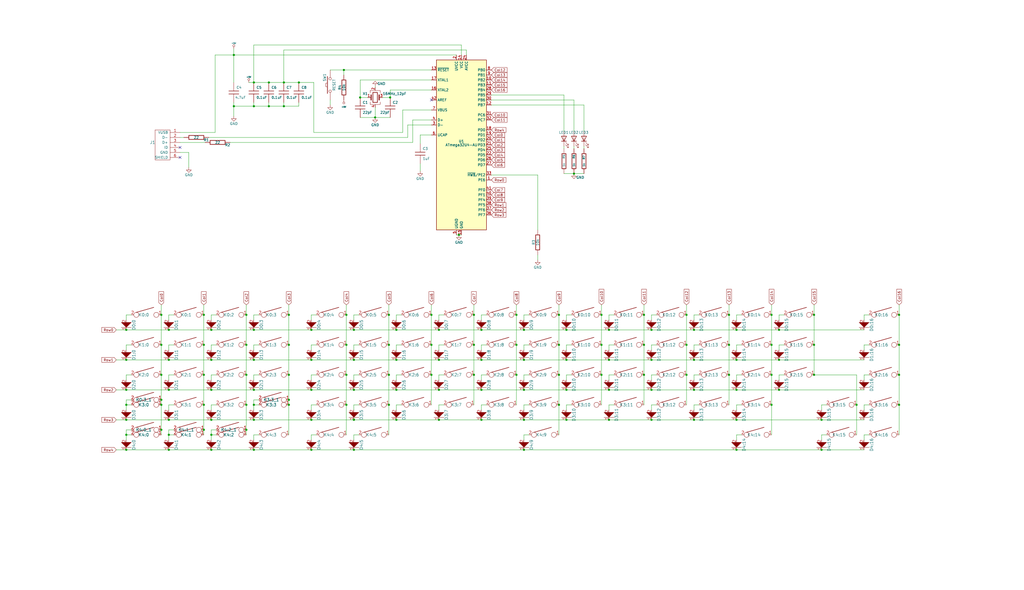
<source format=kicad_sch>
(kicad_sch (version 20211123) (generator eeschema)
  (paper "User" 519.989 299.999)
  (title_block (title "Next76") (rev "1.2") (company "Andrew D"))
  (junction (at 64.135 182.88))
  (junction (at 81.915 160.02))
  (junction (at 330.835 198.12))
  (junction (at 125.095 160.02))
  (junction (at 81.915 218.44))
  (junction (at 144.145 53.975))
  (junction (at 305.435 190.5))
  (junction (at 158.115 198.12))
  (junction (at 219.075 175.26))
  (junction (at 128.905 167.64))
  (junction (at 64.135 213.36))
  (junction (at 158.115 228.6))
  (junction (at 103.505 205.74))
  (junction (at 128.905 182.88))
  (junction (at 305.435 160.02))
  (junction (at 374.015 213.36))
  (junction (at 64.135 220.98))
  (junction (at 391.795 190.5))
  (junction (at 309.245 167.64))
  (junction (at 309.245 198.12))
  (junction (at 348.615 190.5))
  (junction (at 128.905 213.36))
  (junction (at 309.245 213.36))
  (junction (at 395.605 198.12))
  (junction (at 283.845 160.02))
  (junction (at 352.425 167.64))
  (junction (at 266.065 167.64))
  (junction (at 283.845 190.5))
  (junction (at 197.485 175.26))
  (junction (at 233.045 119.38))
  (junction (at 374.015 182.88))
  (junction (at 175.895 175.26))
  (junction (at 262.255 160.02))
  (junction (at 85.725 213.36))
  (junction (at 125.095 205.74))
  (junction (at 244.475 182.88))
  (junction (at 107.315 220.98))
  (junction (at 144.145 41.91))
  (junction (at 456.565 190.5))
  (junction (at 287.655 213.36))
  (junction (at 219.075 190.5))
  (junction (at 266.065 213.36))
  (junction (at 85.725 182.88))
  (junction (at 222.885 182.88))
  (junction (at 107.315 228.6))
  (junction (at 374.015 198.12))
  (junction (at 222.885 213.36))
  (junction (at 182.88 49.53))
  (junction (at 175.895 160.02))
  (junction (at 327.025 160.02))
  (junction (at 128.905 205.74))
  (junction (at 395.605 167.64))
  (junction (at 103.505 218.44))
  (junction (at 136.525 41.91))
  (junction (at 266.065 228.6))
  (junction (at 103.505 190.5))
  (junction (at 103.505 175.26))
  (junction (at 64.135 198.12))
  (junction (at 370.205 190.5))
  (junction (at 81.915 175.26))
  (junction (at 179.705 182.88))
  (junction (at 201.295 213.36))
  (junction (at 266.065 198.12))
  (junction (at 107.315 182.88))
  (junction (at 128.905 53.975))
  (junction (at 125.095 190.5))
  (junction (at 146.685 190.5))
  (junction (at 330.835 167.64))
  (junction (at 174.625 35.56))
  (junction (at 85.725 167.64))
  (junction (at 219.075 160.02))
  (junction (at 175.895 190.5))
  (junction (at 201.295 182.88))
  (junction (at 283.845 205.74))
  (junction (at 197.485 160.02))
  (junction (at 158.115 213.36))
  (junction (at 107.315 198.12))
  (junction (at 146.685 175.26))
  (junction (at 417.195 213.36))
  (junction (at 305.435 175.26))
  (junction (at 330.835 182.88))
  (junction (at 103.505 160.02))
  (junction (at 456.565 205.74))
  (junction (at 179.705 198.12))
  (junction (at 352.425 198.12))
  (junction (at 287.655 167.64))
  (junction (at 240.665 160.02))
  (junction (at 330.835 213.36))
  (junction (at 197.485 205.74))
  (junction (at 391.795 175.26))
  (junction (at 198.12 49.53))
  (junction (at 158.115 167.64))
  (junction (at 64.135 228.6))
  (junction (at 240.665 190.5))
  (junction (at 395.605 182.88))
  (junction (at 370.205 175.26))
  (junction (at 374.015 167.64))
  (junction (at 107.315 213.36))
  (junction (at 291.465 88.265))
  (junction (at 179.705 167.64))
  (junction (at 348.615 160.02))
  (junction (at 175.895 205.74))
  (junction (at 118.745 53.975))
  (junction (at 327.025 190.5))
  (junction (at 197.485 190.5))
  (junction (at 352.425 182.88))
  (junction (at 391.795 205.74))
  (junction (at 456.565 160.02))
  (junction (at 327.025 175.26))
  (junction (at 64.135 167.64))
  (junction (at 222.885 167.64))
  (junction (at 287.655 198.12))
  (junction (at 262.255 175.26))
  (junction (at 456.565 175.26))
  (junction (at 179.705 213.233))
  (junction (at 125.095 218.44))
  (junction (at 413.385 175.26))
  (junction (at 370.205 160.02))
  (junction (at 244.475 198.12))
  (junction (at 64.135 205.74))
  (junction (at 244.475 167.64))
  (junction (at 287.655 182.88))
  (junction (at 283.845 175.26))
  (junction (at 136.525 53.975))
  (junction (at 413.385 160.02))
  (junction (at 107.315 167.64))
  (junction (at 81.915 203.2))
  (junction (at 85.725 198.12))
  (junction (at 81.915 205.74))
  (junction (at 309.245 182.88))
  (junction (at 151.765 41.91))
  (junction (at 266.065 182.88))
  (junction (at 222.885 198.12))
  (junction (at 146.685 203.2))
  (junction (at 244.475 213.36))
  (junction (at 352.425 213.36))
  (junction (at 348.615 175.26))
  (junction (at 146.685 160.02))
  (junction (at 128.905 41.91))
  (junction (at 201.295 198.12))
  (junction (at 146.685 205.74))
  (junction (at 374.015 228.6))
  (junction (at 190.5 59.69))
  (junction (at 201.295 167.64))
  (junction (at 391.795 160.02))
  (junction (at 118.745 27.94))
  (junction (at 128.905 228.6))
  (junction (at 179.705 228.6))
  (junction (at 434.975 205.74))
  (junction (at 240.665 175.26))
  (junction (at 158.115 182.88))
  (junction (at 417.195 228.6))
  (junction (at 85.725 228.6))
  (junction (at 262.255 190.5))
  (junction (at 85.725 220.98))
  (junction (at 125.095 175.26))
  (junction (at 179.705 213.36))
  (junction (at 81.915 190.5))
  (junction (at 128.905 198.12))
  (junction (at 413.385 190.5))
  (no_connect (at 91.44 80.01))
  (no_connect (at 219.075 50.8))
  (no_connect (at 91.44 74.93))
  (wire (pts (xy 262.255 160.02) (xy 262.255 175.26)))
  (wire (pts (xy 64.135 228.6) (xy 85.725 228.6)))
  (wire (pts (xy 374.015 193.04) (xy 374.015 190.5)))
  (wire (pts (xy 201.295 167.64) (xy 222.885 167.64)))
  (wire (pts (xy 244.475 193.04) (xy 244.475 190.5)))
  (wire (pts (xy 330.835 190.5) (xy 333.375 190.5)))
  (wire (pts (xy 225.425 160.02) (xy 222.885 160.02)))
  (wire (pts (xy 287.655 175.26) (xy 290.195 175.26)))
  (wire (pts (xy 330.835 213.36) (xy 352.425 213.36)))
  (wire (pts (xy 64.135 220.98) (xy 64.135 223.52)))
  (wire (pts (xy 201.295 160.02) (xy 201.295 162.56)))
  (wire (pts (xy 158.115 182.88) (xy 179.705 182.88)))
  (wire (pts (xy 179.705 182.88) (xy 201.295 182.88)))
  (wire (pts (xy 286.385 88.265) (xy 291.465 88.265)))
  (wire (pts (xy 158.115 205.74) (xy 160.655 205.74)))
  (wire (pts (xy 456.565 154.94) (xy 456.565 160.02)))
  (wire (pts (xy 59.055 167.64) (xy 64.135 167.64)))
  (wire (pts (xy 146.685 190.5) (xy 146.685 203.2)))
  (wire (pts (xy 395.605 160.02) (xy 395.605 162.56)))
  (wire (pts (xy 128.905 193.04) (xy 128.905 190.5)))
  (wire (pts (xy 146.685 175.26) (xy 146.685 190.5)))
  (wire (pts (xy 240.665 154.94) (xy 240.665 160.02)))
  (wire (pts (xy 222.885 205.74) (xy 225.425 205.74)))
  (wire (pts (xy 116.84 72.39) (xy 209.55 72.39)))
  (wire (pts (xy 266.065 167.64) (xy 287.655 167.64)))
  (wire (pts (xy 128.905 182.88) (xy 158.115 182.88)))
  (wire (pts (xy 244.475 208.28) (xy 244.475 205.74)))
  (wire (pts (xy 158.115 167.64) (xy 179.705 167.64)))
  (wire (pts (xy 146.685 203.2) (xy 146.685 205.74)))
  (wire (pts (xy 179.705 193.04) (xy 179.705 190.5)))
  (wire (pts (xy 262.255 190.5) (xy 262.255 205.74)))
  (wire (pts (xy 266.065 175.26) (xy 268.605 175.26)))
  (wire (pts (xy 266.065 193.04) (xy 266.065 190.5)))
  (wire (pts (xy 438.785 220.98) (xy 441.325 220.98)))
  (wire (pts (xy 219.075 154.94) (xy 219.075 160.02)))
  (wire (pts (xy 222.885 198.12) (xy 244.475 198.12)))
  (wire (pts (xy 244.475 182.88) (xy 266.065 182.88)))
  (wire (pts (xy 456.565 175.26) (xy 456.565 190.5)))
  (wire (pts (xy 413.385 175.26) (xy 413.385 190.5)))
  (wire (pts (xy 413.385 160.02) (xy 413.385 175.26)))
  (wire (pts (xy 287.655 198.12) (xy 309.245 198.12)))
  (wire (pts (xy 144.145 25.4) (xy 144.145 41.91)))
  (wire (pts (xy 244.475 190.5) (xy 247.015 190.5)))
  (wire (pts (xy 125.095 175.26) (xy 125.095 190.5)))
  (wire (pts (xy 354.965 160.02) (xy 352.425 160.02)))
  (wire (pts (xy 66.675 203.2) (xy 64.135 203.2)))
  (wire (pts (xy 309.245 182.88) (xy 330.835 182.88)))
  (wire (pts (xy 158.115 177.8) (xy 158.115 175.26)))
  (wire (pts (xy 85.725 182.88) (xy 107.315 182.88)))
  (wire (pts (xy 287.655 208.28) (xy 287.655 205.74)))
  (wire (pts (xy 247.015 160.02) (xy 244.475 160.02)))
  (wire (pts (xy 197.485 190.5) (xy 197.485 205.74)))
  (wire (pts (xy 85.725 193.04) (xy 85.725 190.5)))
  (wire (pts (xy 438.785 190.5) (xy 441.325 190.5)))
  (wire (pts (xy 456.565 160.02) (xy 456.565 175.26)))
  (wire (pts (xy 219.075 190.5) (xy 219.075 205.74)))
  (wire (pts (xy 204.47 55.88) (xy 204.47 67.31)))
  (wire (pts (xy 81.915 154.94) (xy 81.915 160.02)))
  (wire (pts (xy 222.885 190.5) (xy 225.425 190.5)))
  (wire (pts (xy 283.845 175.26) (xy 283.845 190.5)))
  (wire (pts (xy 107.315 205.74) (xy 109.855 205.74)))
  (wire (pts (xy 85.725 208.28) (xy 85.725 205.74)))
  (wire (pts (xy 249.555 53.34) (xy 296.545 53.34)))
  (wire (pts (xy 118.745 52.07) (xy 118.745 53.975)))
  (wire (pts (xy 64.135 193.04) (xy 64.135 190.5)))
  (wire (pts (xy 128.905 190.5) (xy 131.445 190.5)))
  (wire (pts (xy 85.725 213.36) (xy 107.315 213.36)))
  (wire (pts (xy 125.095 205.74) (xy 125.095 218.44)))
  (wire (pts (xy 352.425 182.88) (xy 374.015 182.88)))
  (wire (pts (xy 136.525 52.07) (xy 136.525 53.975)))
  (wire (pts (xy 305.435 160.02) (xy 305.435 175.26)))
  (wire (pts (xy 374.015 198.12) (xy 395.605 198.12)))
  (wire (pts (xy 244.475 213.36) (xy 266.065 213.36)))
  (wire (pts (xy 370.205 175.26) (xy 370.205 190.5)))
  (wire (pts (xy 179.705 190.5) (xy 182.245 190.5)))
  (wire (pts (xy 283.845 154.94) (xy 283.845 160.02)))
  (wire (pts (xy 190.5 43.815) (xy 190.5 44.45)))
  (wire (pts (xy 85.725 220.98) (xy 88.265 220.98)))
  (wire (pts (xy 266.065 182.88) (xy 287.655 182.88)))
  (wire (pts (xy 158.115 198.12) (xy 179.705 198.12)))
  (wire (pts (xy 128.905 213.36) (xy 158.115 213.36)))
  (wire (pts (xy 352.425 205.74) (xy 354.965 205.74)))
  (wire (pts (xy 374.015 213.36) (xy 417.195 213.36)))
  (wire (pts (xy 64.135 190.5) (xy 66.675 190.5)))
  (wire (pts (xy 107.315 167.64) (xy 128.905 167.64)))
  (wire (pts (xy 352.425 198.12) (xy 374.015 198.12)))
  (wire (pts (xy 222.885 160.02) (xy 222.885 162.56)))
  (wire (pts (xy 374.015 228.6) (xy 417.195 228.6)))
  (wire (pts (xy 128.905 175.26) (xy 131.445 175.26)))
  (wire (pts (xy 273.05 129.54) (xy 273.05 132.08)))
  (wire (pts (xy 107.315 193.04) (xy 107.315 190.5)))
  (wire (pts (xy 106.045 69.85) (xy 207.01 69.85)))
  (wire (pts (xy 438.785 205.74) (xy 441.325 205.74)))
  (wire (pts (xy 240.665 160.02) (xy 240.665 175.26)))
  (wire (pts (xy 103.505 190.5) (xy 103.505 205.74)))
  (wire (pts (xy 118.745 24.765) (xy 118.745 27.94)))
  (wire (pts (xy 64.135 218.44) (xy 64.135 220.98)))
  (wire (pts (xy 352.425 193.04) (xy 352.425 190.5)))
  (wire (pts (xy 64.135 220.98) (xy 66.675 220.98)))
  (wire (pts (xy 283.845 190.5) (xy 283.845 205.74)))
  (wire (pts (xy 144.145 25.4) (xy 236.855 25.4)))
  (wire (pts (xy 109.855 218.44) (xy 107.315 218.44)))
  (wire (pts (xy 296.545 53.34) (xy 296.545 66.675)))
  (wire (pts (xy 374.015 220.98) (xy 376.555 220.98)))
  (wire (pts (xy 179.705 167.64) (xy 201.295 167.64)))
  (wire (pts (xy 222.885 193.04) (xy 222.885 190.5)))
  (wire (pts (xy 174.625 38.1) (xy 174.625 35.56)))
  (wire (pts (xy 395.605 193.04) (xy 395.605 190.5)))
  (wire (pts (xy 266.065 177.8) (xy 266.065 175.26)))
  (wire (pts (xy 128.905 228.6) (xy 158.115 228.6)))
  (wire (pts (xy 370.205 154.94) (xy 370.205 160.02)))
  (wire (pts (xy 128.905 203.2) (xy 128.905 205.74)))
  (wire (pts (xy 456.565 190.5) (xy 456.565 205.74)))
  (wire (pts (xy 249.555 50.8) (xy 291.465 50.8)))
  (wire (pts (xy 417.195 220.98) (xy 417.195 223.52)))
  (wire (pts (xy 179.705 177.8) (xy 179.705 175.26)))
  (wire (pts (xy 198.12 45.72) (xy 219.075 45.72)))
  (wire (pts (xy 81.915 160.02) (xy 81.915 175.26)))
  (wire (pts (xy 395.605 167.64) (xy 438.785 167.64)))
  (wire (pts (xy 240.665 175.26) (xy 240.665 190.5)))
  (wire (pts (xy 158.115 213.36) (xy 179.705 213.36)))
  (wire (pts (xy 103.505 205.74) (xy 103.505 218.44)))
  (wire (pts (xy 201.295 190.5) (xy 203.835 190.5)))
  (wire (pts (xy 219.075 160.02) (xy 219.075 175.26)))
  (wire (pts (xy 374.015 182.88) (xy 395.605 182.88)))
  (wire (pts (xy 190.5 59.69) (xy 190.5 54.61)))
  (wire (pts (xy 59.055 213.36) (xy 64.135 213.36)))
  (wire (pts (xy 330.835 175.26) (xy 333.375 175.26)))
  (wire (pts (xy 197.485 160.02) (xy 197.485 175.26)))
  (wire (pts (xy 262.255 154.94) (xy 262.255 160.02)))
  (wire (pts (xy 374.015 190.5) (xy 376.555 190.5)))
  (wire (pts (xy 413.385 190.5) (xy 434.975 190.5)))
  (wire (pts (xy 197.485 175.26) (xy 197.485 190.5)))
  (wire (pts (xy 244.475 198.12) (xy 266.065 198.12)))
  (wire (pts (xy 179.705 198.12) (xy 201.295 198.12)))
  (wire (pts (xy 370.205 160.02) (xy 370.205 175.26)))
  (wire (pts (xy 107.315 213.36) (xy 128.905 213.36)))
  (wire (pts (xy 330.835 167.64) (xy 352.425 167.64)))
  (wire (pts (xy 91.44 69.85) (xy 93.345 69.85)))
  (wire (pts (xy 283.845 205.74) (xy 283.845 220.98)))
  (wire (pts (xy 167.64 35.56) (xy 174.625 35.56)))
  (wire (pts (xy 128.905 53.975) (xy 136.525 53.975)))
  (wire (pts (xy 231.775 119.38) (xy 233.045 119.38)))
  (wire (pts (xy 85.725 220.98) (xy 85.725 223.52)))
  (wire (pts (xy 107.315 175.26) (xy 109.855 175.26)))
  (wire (pts (xy 128.905 167.64) (xy 158.115 167.64)))
  (wire (pts (xy 107.315 198.12) (xy 128.905 198.12)))
  (wire (pts (xy 64.135 162.56) (xy 64.135 160.02)))
  (wire (pts (xy 234.315 22.86) (xy 234.315 27.94)))
  (wire (pts (xy 179.705 205.74) (xy 182.245 205.74)))
  (wire (pts (xy 64.135 160.02) (xy 66.675 160.02)))
  (wire (pts (xy 266.065 208.28) (xy 266.065 205.74)))
  (wire (pts (xy 125.095 190.5) (xy 125.095 205.74)))
  (wire (pts (xy 244.475 205.74) (xy 247.015 205.74)))
  (wire (pts (xy 167.64 50.8) (xy 167.64 53.34)))
  (wire (pts (xy 81.915 205.74) (xy 81.915 218.44)))
  (wire (pts (xy 85.725 160.02) (xy 85.725 162.56)))
  (wire (pts (xy 327.025 175.26) (xy 327.025 190.5)))
  (wire (pts (xy 64.135 198.12) (xy 85.725 198.12)))
  (wire (pts (xy 352.425 167.64) (xy 374.015 167.64)))
  (wire (pts (xy 266.065 228.6) (xy 374.015 228.6)))
  (wire (pts (xy 266.065 213.36) (xy 287.655 213.36)))
  (wire (pts (xy 395.605 198.12) (xy 438.785 198.12)))
  (wire (pts (xy 136.525 53.975) (xy 144.145 53.975)))
  (wire (pts (xy 287.655 193.04) (xy 287.655 190.5)))
  (wire (pts (xy 194.31 49.53) (xy 198.12 49.53)))
  (wire (pts (xy 182.88 40.64) (xy 182.88 49.53)))
  (wire (pts (xy 348.615 160.02) (xy 348.615 175.26)))
  (wire (pts (xy 286.385 48.26) (xy 286.385 66.675)))
  (wire (pts (xy 213.36 68.58) (xy 219.075 68.58)))
  (wire (pts (xy 309.245 167.64) (xy 330.835 167.64)))
  (wire (pts (xy 85.725 190.5) (xy 88.265 190.5)))
  (wire (pts (xy 125.095 160.02) (xy 125.095 175.26)))
  (wire (pts (xy 330.835 177.8) (xy 330.835 175.26)))
  (wire (pts (xy 103.505 154.94) (xy 103.505 160.02)))
  (wire (pts (xy 203.835 160.02) (xy 201.295 160.02)))
  (wire (pts (xy 305.435 190.5) (xy 305.435 205.74)))
  (wire (pts (xy 207.01 63.5) (xy 207.01 69.85)))
  (wire (pts (xy 352.425 213.36) (xy 374.015 213.36)))
  (wire (pts (xy 95.885 77.47) (xy 95.885 85.09)))
  (wire (pts (xy 244.475 177.8) (xy 244.475 175.26)))
  (wire (pts (xy 175.895 205.74) (xy 175.895 220.98)))
  (wire (pts (xy 266.065 220.98) (xy 268.605 220.98)))
  (wire (pts (xy 81.915 175.26) (xy 81.915 190.5)))
  (wire (pts (xy 64.135 205.74) (xy 66.675 205.74)))
  (wire (pts (xy 128.905 52.07) (xy 128.905 53.975)))
  (wire (pts (xy 158.115 190.5) (xy 160.655 190.5)))
  (wire (pts (xy 64.135 213.36) (xy 85.725 213.36)))
  (wire (pts (xy 438.785 208.28) (xy 438.785 205.74)))
  (wire (pts (xy 91.44 72.39) (xy 104.14 72.39)))
  (wire (pts (xy 201.295 193.04) (xy 201.295 190.5)))
  (wire (pts (xy 330.835 160.02) (xy 330.835 162.56)))
  (wire (pts (xy 201.295 177.8) (xy 201.295 175.26)))
  (wire (pts (xy 182.245 160.02) (xy 179.705 160.02)))
  (wire (pts (xy 395.605 190.5) (xy 398.145 190.5)))
  (wire (pts (xy 131.445 160.02) (xy 128.905 160.02)))
  (wire (pts (xy 233.045 119.38) (xy 234.315 119.38)))
  (wire (pts (xy 327.025 160.02) (xy 327.025 175.26)))
  (wire (pts (xy 107.315 218.44) (xy 107.315 220.98)))
  (wire (pts (xy 175.895 160.02) (xy 175.895 175.26)))
  (wire (pts (xy 198.12 45.72) (xy 198.12 49.53)))
  (wire (pts (xy 186.69 49.53) (xy 182.88 49.53)))
  (wire (pts (xy 85.725 205.74) (xy 88.265 205.74)))
  (wire (pts (xy 438.785 175.26) (xy 441.325 175.26)))
  (wire (pts (xy 244.475 160.02) (xy 244.475 162.56)))
  (wire (pts (xy 330.835 193.04) (xy 330.835 190.5)))
  (wire (pts (xy 107.315 177.8) (xy 107.315 175.26)))
  (wire (pts (xy 395.605 182.88) (xy 438.785 182.88)))
  (wire (pts (xy 201.295 208.28) (xy 201.295 205.74)))
  (wire (pts (xy 417.195 228.6) (xy 438.785 228.6)))
  (wire (pts (xy 128.905 203.2) (xy 131.445 203.2)))
  (wire (pts (xy 244.475 167.64) (xy 266.065 167.64)))
  (wire (pts (xy 128.905 160.02) (xy 128.905 162.56)))
  (wire (pts (xy 374.015 160.02) (xy 374.015 162.56)))
  (wire (pts (xy 131.445 220.98) (xy 128.905 220.98)))
  (wire (pts (xy 179.705 220.98) (xy 179.705 223.52)))
  (wire (pts (xy 330.835 205.74) (xy 333.375 205.74)))
  (wire (pts (xy 85.725 175.26) (xy 88.265 175.26)))
  (wire (pts (xy 107.315 190.5) (xy 109.855 190.5)))
  (wire (pts (xy 201.295 175.26) (xy 203.835 175.26)))
  (wire (pts (xy 103.505 218.44) (xy 103.505 220.98)))
  (wire (pts (xy 268.605 160.02) (xy 266.065 160.02)))
  (wire (pts (xy 158.115 160.02) (xy 158.115 162.56)))
  (wire (pts (xy 66.675 218.44) (xy 64.135 218.44)))
  (wire (pts (xy 107.315 228.6) (xy 128.905 228.6)))
  (wire (pts (xy 352.425 177.8) (xy 352.425 175.26)))
  (wire (pts (xy 391.795 175.26) (xy 391.795 190.5)))
  (wire (pts (xy 434.975 205.74) (xy 434.975 220.98)))
  (wire (pts (xy 158.115 193.04) (xy 158.115 190.5)))
  (wire (pts (xy 59.055 198.12) (xy 64.135 198.12)))
  (wire (pts (xy 85.725 198.12) (xy 107.315 198.12)))
  (wire (pts (xy 419.735 220.98) (xy 417.195 220.98)))
  (wire (pts (xy 85.725 228.6) (xy 107.315 228.6)))
  (wire (pts (xy 175.895 190.5) (xy 175.895 205.74)))
  (wire (pts (xy 128.905 177.8) (xy 128.905 175.26)))
  (wire (pts (xy 291.465 74.295) (xy 291.465 75.565)))
  (wire (pts (xy 64.135 175.26) (xy 66.675 175.26)))
  (wire (pts (xy 179.705 208.28) (xy 179.705 205.74)))
  (wire (pts (xy 305.435 154.94) (xy 305.435 160.02)))
  (wire (pts (xy 309.245 205.74) (xy 311.785 205.74)))
  (wire (pts (xy 213.36 83.185) (xy 213.36 86.995)))
  (wire (pts (xy 438.785 177.8) (xy 438.785 175.26)))
  (wire (pts (xy 219.075 60.96) (xy 209.55 60.96)))
  (wire (pts (xy 81.915 190.5) (xy 81.915 203.2)))
  (wire (pts (xy 236.855 25.4) (xy 236.855 27.94)))
  (wire (pts (xy 287.655 205.74) (xy 290.195 205.74)))
  (wire (pts (xy 370.205 190.5) (xy 370.205 205.74)))
  (wire (pts (xy 160.655 160.02) (xy 158.115 160.02)))
  (wire (pts (xy 391.795 160.02) (xy 391.795 175.26)))
  (wire (pts (xy 151.765 41.91) (xy 159.385 41.91)))
  (wire (pts (xy 103.505 175.26) (xy 103.505 190.5)))
  (wire (pts (xy 151.765 53.975) (xy 151.765 52.07)))
  (wire (pts (xy 201.295 198.12) (xy 222.885 198.12)))
  (wire (pts (xy 309.245 213.36) (xy 330.835 213.36)))
  (wire (pts (xy 287.655 213.36) (xy 309.245 213.36)))
  (wire (pts (xy 222.885 182.88) (xy 244.475 182.88)))
  (wire (pts (xy 207.01 63.5) (xy 219.075 63.5)))
  (wire (pts (xy 305.435 175.26) (xy 305.435 190.5)))
  (wire (pts (xy 219.075 55.88) (xy 204.47 55.88)))
  (wire (pts (xy 438.785 193.04) (xy 438.785 190.5)))
  (wire (pts (xy 85.725 177.8) (xy 85.725 175.26)))
  (wire (pts (xy 158.115 175.26) (xy 160.655 175.26)))
  (wire (pts (xy 213.36 73.025) (xy 213.36 68.58)))
  (wire (pts (xy 222.885 213.36) (xy 244.475 213.36)))
  (wire (pts (xy 158.115 208.28) (xy 158.115 205.74)))
  (wire (pts (xy 158.115 220.98) (xy 160.655 220.98)))
  (wire (pts (xy 201.295 205.74) (xy 203.835 205.74)))
  (wire (pts (xy 309.245 160.02) (xy 309.245 162.56)))
  (wire (pts (xy 219.075 175.26) (xy 219.075 190.5)))
  (wire (pts (xy 287.655 182.88) (xy 309.245 182.88)))
  (wire (pts (xy 109.22 67.31) (xy 91.44 67.31)))
  (wire (pts (xy 417.195 213.36) (xy 438.785 213.36)))
  (wire (pts (xy 107.315 160.02) (xy 109.855 160.02)))
  (wire (pts (xy 309.245 193.04) (xy 309.245 190.5)))
  (wire (pts (xy 125.095 218.44) (xy 125.095 220.98)))
  (wire (pts (xy 417.195 208.28) (xy 417.195 205.74)))
  (wire (pts (xy 327.025 190.5) (xy 327.025 205.74)))
  (wire (pts (xy 291.465 50.8) (xy 291.465 66.675)))
  (wire (pts (xy 374.015 167.64) (xy 395.605 167.64)))
  (wire (pts (xy 179.705 220.98) (xy 182.245 220.98)))
  (wire (pts (xy 309.245 190.5) (xy 311.785 190.5)))
  (wire (pts (xy 395.605 177.8) (xy 395.605 175.26)))
  (wire (pts (xy 128.905 22.86) (xy 234.315 22.86)))
  (wire (pts (xy 391.795 205.74) (xy 391.795 220.98)))
  (wire (pts (xy 85.725 218.44) (xy 88.265 218.44)))
  (wire (pts (xy 197.485 205.74) (xy 197.485 220.98)))
  (wire (pts (xy 201.295 213.36) (xy 222.885 213.36)))
  (wire (pts (xy 391.795 154.94) (xy 391.795 160.02)))
  (wire (pts (xy 64.135 203.2) (xy 64.135 205.74)))
  (wire (pts (xy 376.555 160.02) (xy 374.015 160.02)))
  (wire (pts (xy 107.315 208.28) (xy 107.315 205.74)))
  (wire (pts (xy 64.135 177.8) (xy 64.135 175.26)))
  (wire (pts (xy 109.22 27.94) (xy 109.22 67.31)))
  (wire (pts (xy 287.655 190.5) (xy 290.195 190.5)))
  (wire (pts (xy 107.315 220.98) (xy 107.315 223.52)))
  (wire (pts (xy 352.425 175.26) (xy 354.965 175.26)))
  (wire (pts (xy 348.615 175.26) (xy 348.615 190.5)))
  (wire (pts (xy 182.88 40.64) (xy 219.075 40.64)))
  (wire (pts (xy 286.385 74.295) (xy 286.385 75.565)))
  (wire (pts (xy 128.905 22.86) (xy 128.905 41.91)))
  (wire (pts (xy 128.905 220.98) (xy 128.905 223.52)))
  (wire (pts (xy 179.705 213.36) (xy 201.295 213.36)))
  (wire (pts (xy 182.88 59.69) (xy 190.5 59.69)))
  (wire (pts (xy 283.845 160.02) (xy 283.845 175.26)))
  (wire (pts (xy 109.22 27.94) (xy 118.745 27.94)))
  (wire (pts (xy 273.05 88.9) (xy 273.05 116.84)))
  (wire (pts (xy 107.315 162.56) (xy 107.315 160.02)))
  (wire (pts (xy 296.545 74.295) (xy 296.545 75.565)))
  (wire (pts (xy 146.685 154.94) (xy 146.685 160.02)))
  (wire (pts (xy 146.685 205.74) (xy 146.685 220.98)))
  (wire (pts (xy 290.195 160.02) (xy 287.655 160.02)))
  (wire (pts (xy 438.785 162.56) (xy 438.785 160.02)))
  (wire (pts (xy 179.705 213.233) (xy 179.705 213.36)))
  (wire (pts (xy 128.905 198.12) (xy 158.115 198.12)))
  (wire (pts (xy 262.255 175.26) (xy 262.255 190.5)))
  (wire (pts (xy 128.905 205.74) (xy 131.445 205.74)))
  (wire (pts (xy 222.885 208.28) (xy 222.885 205.74)))
  (wire (pts (xy 352.425 208.28) (xy 352.425 205.74)))
  (wire (pts (xy 64.135 167.64) (xy 85.725 167.64)))
  (wire (pts (xy 158.115 223.52) (xy 158.115 220.98)))
  (wire (pts (xy 438.785 160.02) (xy 441.325 160.02)))
  (wire (pts (xy 222.885 167.64) (xy 244.475 167.64)))
  (wire (pts (xy 158.115 228.6) (xy 179.705 228.6)))
  (wire (pts (xy 249.555 88.9) (xy 273.05 88.9)))
  (wire (pts (xy 118.745 27.94) (xy 231.775 27.94)))
  (wire (pts (xy 144.145 52.07) (xy 144.145 53.975)))
  (wire (pts (xy 201.295 182.88) (xy 222.885 182.88)))
  (wire (pts (xy 456.565 205.74) (xy 456.565 220.98)))
  (wire (pts (xy 266.065 205.74) (xy 268.605 205.74)))
  (wire (pts (xy 330.835 198.12) (xy 352.425 198.12)))
  (wire (pts (xy 413.385 154.94) (xy 413.385 160.02)))
  (wire (pts (xy 438.785 223.52) (xy 438.785 220.98)))
  (wire (pts (xy 348.615 154.94) (xy 348.615 160.02)))
  (wire (pts (xy 128.905 41.91) (xy 126.365 41.91)))
  (wire (pts (xy 59.055 182.88) (xy 64.135 182.88)))
  (wire (pts (xy 374.015 220.98) (xy 374.015 223.52)))
  (wire (pts (xy 352.425 160.02) (xy 352.425 162.56)))
  (wire (pts (xy 175.895 175.26) (xy 175.895 190.5)))
  (wire (pts (xy 266.065 160.02) (xy 266.065 162.56)))
  (wire (pts (xy 107.315 220.98) (xy 109.855 220.98)))
  (wire (pts (xy 59.055 228.6) (xy 64.135 228.6)))
  (wire (pts (xy 395.605 175.26) (xy 398.145 175.26)))
  (wire (pts (xy 244.475 175.26) (xy 247.015 175.26)))
  (wire (pts (xy 240.665 190.5) (xy 240.665 205.74)))
  (wire (pts (xy 64.135 182.88) (xy 85.725 182.88)))
  (wire (pts (xy 309.245 208.28) (xy 309.245 205.74)))
  (wire (pts (xy 179.705 160.02) (xy 179.705 162.56)))
  (wire (pts (xy 309.245 177.8) (xy 309.245 175.26)))
  (wire (pts (xy 287.655 167.64) (xy 309.245 167.64)))
  (wire (pts (xy 204.47 67.31) (xy 159.385 67.31)))
  (wire (pts (xy 327.025 154.94) (xy 327.025 160.02)))
  (wire (pts (xy 174.625 35.56) (xy 219.075 35.56)))
  (wire (pts (xy 266.065 220.98) (xy 266.065 223.52)))
  (wire (pts (xy 222.885 177.8) (xy 222.885 175.26)))
  (wire (pts (xy 175.895 154.94) (xy 175.895 160.02)))
  (wire (pts (xy 144.145 53.975) (xy 151.765 53.975)))
  (wire (pts (xy 85.725 167.64) (xy 107.315 167.64)))
  (wire (pts (xy 352.425 190.5) (xy 354.965 190.5)))
  (wire (pts (xy 333.375 160.02) (xy 330.835 160.02)))
  (wire (pts (xy 125.095 154.94) (xy 125.095 160.02)))
  (wire (pts (xy 330.835 208.28) (xy 330.835 205.74)))
  (wire (pts (xy 374.015 205.74) (xy 376.555 205.74)))
  (wire (pts (xy 311.785 160.02) (xy 309.245 160.02)))
  (wire (pts (xy 249.555 48.26) (xy 286.385 48.26)))
  (wire (pts (xy 118.745 27.94) (xy 118.745 41.91)))
  (wire (pts (xy 107.315 182.88) (xy 128.905 182.88)))
  (wire (pts (xy 85.725 218.44) (xy 85.725 220.98)))
  (wire (pts (xy 309.245 175.26) (xy 311.785 175.26)))
  (wire (pts (xy 287.655 160.02) (xy 287.655 162.56)))
  (wire (pts (xy 190.5 59.69) (xy 198.12 59.69)))
  (wire (pts (xy 266.065 190.5) (xy 268.605 190.5)))
  (wire (pts (xy 434.975 190.5) (xy 434.975 205.74)))
  (wire (pts (xy 103.505 160.02) (xy 103.505 175.26)))
  (wire (pts (xy 374.015 177.8) (xy 374.015 175.26)))
  (wire (pts (xy 128.905 205.74) (xy 128.905 208.28)))
  (wire (pts (xy 118.745 53.975) (xy 118.745 59.055)))
  (wire (pts (xy 144.145 41.91) (xy 136.525 41.91)))
  (wire (pts (xy 309.245 198.12) (xy 330.835 198.12)))
  (wire (pts (xy 374.015 208.28) (xy 374.015 205.74)))
  (wire (pts (xy 159.385 67.31) (xy 159.385 41.91)))
  (wire (pts (xy 64.135 205.74) (xy 64.135 208.28)))
  (wire (pts (xy 144.145 41.91) (xy 151.765 41.91)))
  (wire (pts (xy 330.835 182.88) (xy 352.425 182.88)))
  (wire (pts (xy 81.915 203.2) (xy 81.915 205.74)))
  (wire (pts (xy 287.655 177.8) (xy 287.655 175.26)))
  (wire (pts (xy 179.705 228.6) (xy 266.065 228.6)))
  (wire (pts (xy 348.615 190.5) (xy 348.615 205.74)))
  (wire (pts (xy 128.905 41.91) (xy 136.525 41.91)))
  (wire (pts (xy 209.55 60.96) (xy 209.55 72.39)))
  (wire (pts (xy 146.685 160.02) (xy 146.685 175.26)))
  (wire (pts (xy 88.265 160.02) (xy 85.725 160.02)))
  (wire (pts (xy 197.485 154.94) (xy 197.485 160.02)))
  (wire (pts (xy 398.145 160.02) (xy 395.605 160.02)))
  (wire (pts (xy 222.885 175.26) (xy 225.425 175.26)))
  (wire (pts (xy 266.065 198.12) (xy 287.655 198.12)))
  (wire (pts (xy 291.465 88.265) (xy 296.545 88.265)))
  (wire (pts (xy 374.015 175.26) (xy 376.555 175.26)))
  (wire (pts (xy 91.44 77.47) (xy 95.885 77.47)))
  (wire (pts (xy 417.195 205.74) (xy 419.735 205.74)))
  (wire (pts (xy 179.705 175.26) (xy 182.245 175.26)))
  (wire (pts (xy 118.745 53.975) (xy 128.905 53.975)))
  (wire (pts (xy 81.915 218.44) (xy 81.915 220.98)))
  (wire (pts (xy 391.795 190.5) (xy 391.795 205.74)))
  (global_label "Col11" (shape input) (at 249.555 60.96 0) (property "Intersheet References" "${INTERSHEET_REFS}" (effects hide)))
  (global_label "Col0" (shape input) (at 81.915 154.94 90) (property "Intersheet References" "${INTERSHEET_REFS}" (effects hide)))
  (global_label "Col16" (shape input) (at 456.565 154.94 90) (property "Intersheet References" "${INTERSHEET_REFS}" (effects hide)))
  (global_label "Col6" (shape input) (at 249.555 83.82 0) (property "Intersheet References" "${INTERSHEET_REFS}" (effects hide)))
  (global_label "Col14" (shape input) (at 249.555 40.64 0) (property "Intersheet References" "${INTERSHEET_REFS}" (effects hide)))
  (global_label "Col12" (shape input) (at 348.615 154.94 90) (property "Intersheet References" "${INTERSHEET_REFS}" (effects hide)))
  (global_label "Col0" (shape input) (at 249.555 68.58 0) (property "Intersheet References" "${INTERSHEET_REFS}" (effects hide)))
  (global_label "Col15" (shape input) (at 413.385 154.94 90) (property "Intersheet References" "${INTERSHEET_REFS}" (effects hide)))
  (global_label "Col6" (shape input) (at 219.075 154.94 90) (property "Intersheet References" "${INTERSHEET_REFS}" (effects hide)))
  (global_label "Col1" (shape input) (at 103.505 154.94 90) (property "Intersheet References" "${INTERSHEET_REFS}" (effects hide)))
  (global_label "Col8" (shape input) (at 262.255 154.94 90) (property "Intersheet References" "${INTERSHEET_REFS}" (effects hide)))
  (global_label "Col13" (shape input) (at 249.555 38.1 0) (property "Intersheet References" "${INTERSHEET_REFS}" (effects hide)))
  (global_label "Col13" (shape input) (at 370.205 154.94 90) (property "Intersheet References" "${INTERSHEET_REFS}" (effects hide)))
  (global_label "Col10" (shape input) (at 249.555 58.42 0) (property "Intersheet References" "${INTERSHEET_REFS}" (effects hide)))
  (global_label "Col11" (shape input) (at 327.025 154.94 90) (property "Intersheet References" "${INTERSHEET_REFS}" (effects hide)))
  (global_label "Col12" (shape input) (at 249.555 35.56 0) (property "Intersheet References" "${INTERSHEET_REFS}" (effects hide)))
  (global_label "Row0" (shape input) (at 249.555 91.44 0) (property "Intersheet References" "${INTERSHEET_REFS}" (effects hide)))
  (global_label "Col3" (shape input) (at 146.685 154.94 90) (property "Intersheet References" "${INTERSHEET_REFS}" (effects hide)))
  (global_label "Row2" (shape input) (at 59.055 198.12 180) (property "Intersheet References" "${INTERSHEET_REFS}" (effects hide)))
  (global_label "Col3" (shape input) (at 249.555 76.2 0) (property "Intersheet References" "${INTERSHEET_REFS}" (effects hide)))
  (global_label "Col2" (shape input) (at 125.095 154.94 90) (property "Intersheet References" "${INTERSHEET_REFS}" (effects hide)))
  (global_label "Col4" (shape input) (at 175.895 154.94 90) (property "Intersheet References" "${INTERSHEET_REFS}" (effects hide)))
  (global_label "Col16" (shape input) (at 249.555 45.72 0) (property "Intersheet References" "${INTERSHEET_REFS}" (effects hide)))
  (global_label "Row0" (shape input) (at 59.055 167.64 180) (property "Intersheet References" "${INTERSHEET_REFS}" (effects hide)))
  (global_label "Row4" (shape input) (at 59.055 228.6 180) (property "Intersheet References" "${INTERSHEET_REFS}" (effects hide)))
  (global_label "Row3" (shape input) (at 249.555 109.22 0) (property "Intersheet References" "${INTERSHEET_REFS}" (effects hide)))
  (global_label "Col9" (shape input) (at 249.555 101.6 0) (property "Intersheet References" "${INTERSHEET_REFS}" (effects hide)))
  (global_label "Col7" (shape input) (at 240.665 154.94 90) (property "Intersheet References" "${INTERSHEET_REFS}" (effects hide)))
  (global_label "Col15" (shape input) (at 249.555 43.18 0) (property "Intersheet References" "${INTERSHEET_REFS}" (effects hide)))
  (global_label "Row1" (shape input) (at 59.055 182.88 180) (property "Intersheet References" "${INTERSHEET_REFS}" (effects hide)))
  (global_label "Col5" (shape input) (at 249.555 81.28 0) (property "Intersheet References" "${INTERSHEET_REFS}" (effects hide)))
  (global_label "Col8" (shape input) (at 249.555 99.06 0) (property "Intersheet References" "${INTERSHEET_REFS}" (effects hide)))
  (global_label "Row3" (shape input) (at 59.055 213.36 180) (property "Intersheet References" "${INTERSHEET_REFS}" (effects hide)))
  (global_label "Col5" (shape input) (at 197.485 154.94 90) (property "Intersheet References" "${INTERSHEET_REFS}" (effects hide)))
  (global_label "Row4" (shape input) (at 249.555 66.04 0) (property "Intersheet References" "${INTERSHEET_REFS}" (effects hide)))
  (global_label "Col7" (shape input) (at 249.555 96.52 0) (property "Intersheet References" "${INTERSHEET_REFS}" (effects hide)))
  (global_label "Col9" (shape input) (at 283.845 154.94 90) (property "Intersheet References" "${INTERSHEET_REFS}" (effects hide)))
  (global_label "Col4" (shape input) (at 249.555 78.74 0) (property "Intersheet References" "${INTERSHEET_REFS}" (effects hide)))
  (global_label "Row1" (shape input) (at 249.555 104.14 0) (property "Intersheet References" "${INTERSHEET_REFS}" (effects hide)))
  (global_label "Col14" (shape input) (at 391.795 154.94 90) (property "Intersheet References" "${INTERSHEET_REFS}" (effects hide)))
  (global_label "Row2" (shape input) (at 249.555 106.68 0) (property "Intersheet References" "${INTERSHEET_REFS}" (effects hide)))
  (global_label "Col1" (shape input) (at 249.555 71.12 0) (property "Intersheet References" "${INTERSHEET_REFS}" (effects hide)))
  (global_label "Col2" (shape input) (at 249.555 73.66 0) (property "Intersheet References" "${INTERSHEET_REFS}" (effects hide)))
  (global_label "Col10" (shape input) (at 305.435 154.94 90) (property "Intersheet References" "${INTERSHEET_REFS}" (effects hide)))
  (symbol (lib_id "keyboard_parts:KEYSW") (at 74.295 160.02 0) (unit 1)
    (property "Reference" "K0:0" (at 73.025 160.02 0) (effects (font (size 1.524 1.524))))
    (property "Value" "KEYSW" (effects hide))
    (property "Footprint" "Keyboard_Footprints:Alps" (effects hide))
  )
  (symbol (lib_id "keyboard_parts:KEYSW") (at 95.885 160.02 0) (unit 1)
    (property "Reference" "K0:1" (at 94.615 160.02 0) (effects (font (size 1.524 1.524))))
    (property "Value" "KEYSW" (effects hide))
    (property "Footprint" "Keyboard_Footprints:Alps" (effects hide))
  )
  (symbol (lib_id "keyboard_parts:KEYSW") (at 74.295 175.26 0) (unit 1)
    (property "Reference" "K1:0" (at 73.025 175.26 0) (effects (font (size 1.524 1.524))))
    (property "Value" "KEYSW" (effects hide))
    (property "Footprint" "Keyboard_Footprints:Alps" (effects hide))
  )
  (symbol (lib_id "keyboard_parts:KEYSW") (at 95.885 175.26 0) (unit 1)
    (property "Reference" "K1:1" (at 94.615 175.26 0) (effects (font (size 1.524 1.524))))
    (property "Value" "KEYSW" (effects hide))
    (property "Footprint" "Keyboard_Footprints:Alps" (effects hide))
  )
  (symbol (lib_id "keyboard_parts:KEYSW") (at 74.295 190.5 0) (unit 1)
    (property "Reference" "K2:0" (at 73.025 190.5 0) (effects (font (size 1.524 1.524))))
    (property "Value" "KEYSW" (effects hide))
    (property "Footprint" "Keyboard_Footprints:Alps" (effects hide))
  )
  (symbol (lib_id "keyboard_parts:KEYSW") (at 95.885 190.5 0) (unit 1)
    (property "Reference" "K2:1" (at 94.615 190.5 0) (effects (font (size 1.524 1.524))))
    (property "Value" "KEYSW" (effects hide))
    (property "Footprint" "Keyboard_Footprints:Alps" (effects hide))
  )
  (symbol (lib_id "keyboard_parts:KEYSW") (at 74.295 205.74 0) (unit 1)
    (property "Reference" "K3:0" (at 73.025 205.74 0) (effects (font (size 1.524 1.524))))
    (property "Value" "KEYSW" (effects hide))
    (property "Footprint" "Keyboard_Footprints:Alps" (effects hide))
  )
  (symbol (lib_id "keyboard_parts:KEYSW") (at 95.885 205.74 0) (unit 1)
    (property "Reference" "K3:1" (at 94.615 205.74 0) (effects (font (size 1.524 1.524))))
    (property "Value" "KEYSW" (effects hide))
    (property "Footprint" "Keyboard_Footprints:Alps" (effects hide))
  )
  (symbol (lib_id "keyboard_parts:KEYSW") (at 74.295 220.98 0) (unit 1)
    (property "Reference" "K4:0" (at 73.025 220.98 0) (effects (font (size 1.524 1.524))))
    (property "Value" "KEYSW" (effects hide))
    (property "Footprint" "Keyboard_Footprints:Alps" (effects hide))
  )
  (symbol (lib_id "keyboard_parts:KEYSW") (at 95.885 220.98 0) (unit 1)
    (property "Reference" "K4:1" (at 94.615 220.98 0) (effects (font (size 1.524 1.524))))
    (property "Value" "KEYSW" (effects hide))
    (property "Footprint" "Keyboard_Footprints:Alps" (effects hide))
  )
  (symbol (lib_id "keyboard_parts:D") (at 64.135 166.37 180) (unit 1)
    (property "Reference" "D0:0" (at 67.945 165.1 90) (effects (font (size 1.524 1.524))))
    (property "Value" "D" (effects hide))
    (property "Footprint" "Diode_SMD:D_SOD-123" (effects hide))
  )
  (symbol (lib_id "keyboard_parts:D") (at 85.725 166.37 180) (unit 1)
    (property "Reference" "D0:1" (at 89.535 165.1 90) (effects (font (size 1.524 1.524))))
    (property "Value" "D" (effects hide))
    (property "Footprint" "Diode_SMD:D_SOD-123" (effects hide))
  )
  (symbol (lib_id "keyboard_parts:D") (at 64.135 181.61 180) (unit 1)
    (property "Reference" "D1:0" (at 67.945 180.34 90) (effects (font (size 1.524 1.524))))
    (property "Value" "D" (effects hide))
    (property "Footprint" "Diode_SMD:D_SOD-123" (effects hide))
  )
  (symbol (lib_id "keyboard_parts:D") (at 85.725 181.61 180) (unit 1)
    (property "Reference" "D1:1" (at 89.535 180.34 90) (effects (font (size 1.524 1.524))))
    (property "Value" "D" (effects hide))
    (property "Footprint" "Diode_SMD:D_SOD-123" (effects hide))
  )
  (symbol (lib_id "keyboard_parts:D") (at 64.135 196.85 180) (unit 1)
    (property "Reference" "D2:0" (at 67.945 195.58 90) (effects (font (size 1.524 1.524))))
    (property "Value" "D" (effects hide))
    (property "Footprint" "Diode_SMD:D_SOD-123" (effects hide))
  )
  (symbol (lib_id "keyboard_parts:D") (at 85.725 196.85 180) (unit 1)
    (property "Reference" "D2:1" (at 89.535 195.58 90) (effects (font (size 1.524 1.524))))
    (property "Value" "D" (effects hide))
    (property "Footprint" "Diode_SMD:D_SOD-123" (effects hide))
  )
  (symbol (lib_id "keyboard_parts:D") (at 64.135 212.09 180) (unit 1)
    (property "Reference" "D3:0" (at 67.945 210.82 90) (effects (font (size 1.524 1.524))))
    (property "Value" "D" (effects hide))
    (property "Footprint" "Diode_SMD:D_SOD-123" (effects hide))
  )
  (symbol (lib_id "keyboard_parts:D") (at 85.725 212.09 180) (unit 1)
    (property "Reference" "D3:1" (at 89.535 210.82 90) (effects (font (size 1.524 1.524))))
    (property "Value" "D" (effects hide))
    (property "Footprint" "Diode_SMD:D_SOD-123" (effects hide))
  )
  (symbol (lib_id "keyboard_parts:D") (at 85.725 227.33 180) (unit 1)
    (property "Reference" "D4:1" (at 89.535 226.06 90) (effects (font (size 1.524 1.524))))
    (property "Value" "D" (effects hide))
    (property "Footprint" "Diode_SMD:D_SOD-123" (effects hide))
  )
  (symbol (lib_id "keyboard_parts:D") (at 64.135 227.33 180) (unit 1)
    (property "Reference" "D4:0" (at 67.945 226.06 90) (effects (font (size 1.524 1.524))))
    (property "Value" "D" (effects hide))
    (property "Footprint" "Diode_SMD:D_SOD-123" (effects hide))
  )
  (symbol (lib_id "keyboard_parts:KEYSW") (at 117.475 160.02 0) (unit 1)
    (property "Reference" "K0:2" (at 116.205 160.02 0) (effects (font (size 1.524 1.524))))
    (property "Value" "KEYSW" (effects hide))
    (property "Footprint" "Keyboard_Footprints:Alps" (effects hide))
  )
  (symbol (lib_id "keyboard_parts:KEYSW") (at 117.475 175.26 0) (unit 1)
    (property "Reference" "K1:2" (at 116.205 175.26 0) (effects (font (size 1.524 1.524))))
    (property "Value" "KEYSW" (effects hide))
    (property "Footprint" "Keyboard_Footprints:Alps" (effects hide))
  )
  (symbol (lib_id "keyboard_parts:KEYSW") (at 139.065 175.26 0) (unit 1)
    (property "Reference" "K1:3" (at 137.795 175.26 0) (effects (font (size 1.524 1.524))))
    (property "Value" "KEYSW" (effects hide))
    (property "Footprint" "Keyboard_Footprints:Alps" (effects hide))
  )
  (symbol (lib_id "keyboard_parts:KEYSW") (at 117.475 190.5 0) (unit 1)
    (property "Reference" "K2:2" (at 116.205 190.5 0) (effects (font (size 1.524 1.524))))
    (property "Value" "KEYSW" (effects hide))
    (property "Footprint" "Keyboard_Footprints:Alps" (effects hide))
  )
  (symbol (lib_id "keyboard_parts:KEYSW") (at 139.065 190.5 0) (unit 1)
    (property "Reference" "K2:3" (at 137.795 190.5 0) (effects (font (size 1.524 1.524))))
    (property "Value" "KEYSW" (effects hide))
    (property "Footprint" "Keyboard_Footprints:Alps" (effects hide))
  )
  (symbol (lib_id "keyboard_parts:KEYSW") (at 117.475 205.74 0) (unit 1)
    (property "Reference" "K3:2" (at 116.205 205.74 0) (effects (font (size 1.524 1.524))))
    (property "Value" "KEYSW" (effects hide))
    (property "Footprint" "Keyboard_Footprints:Alps" (effects hide))
  )
  (symbol (lib_id "keyboard_parts:KEYSW") (at 139.065 205.74 0) (unit 1)
    (property "Reference" "K3:3" (at 137.795 205.74 0) (effects (font (size 1.524 1.524))))
    (property "Value" "KEYSW" (effects hide))
    (property "Footprint" "Keyboard_Footprints:Alps" (effects hide))
  )
  (symbol (lib_id "keyboard_parts:KEYSW") (at 117.475 220.98 0) (unit 1)
    (property "Reference" "K4:2" (at 116.205 220.98 0) (effects (font (size 1.524 1.524))))
    (property "Value" "KEYSW" (effects hide))
    (property "Footprint" "Keyboard_Footprints:Alps" (effects hide))
  )
  (symbol (lib_id "keyboard_parts:D") (at 107.315 166.37 180) (unit 1)
    (property "Reference" "D0:2" (at 111.125 165.1 90) (effects (font (size 1.524 1.524))))
    (property "Value" "D" (effects hide))
    (property "Footprint" "Diode_SMD:D_SOD-123" (effects hide))
  )
  (symbol (lib_id "keyboard_parts:D") (at 128.905 166.37 180) (unit 1)
    (property "Reference" "D0:3" (at 132.715 165.1 90) (effects (font (size 1.524 1.524))))
    (property "Value" "D" (effects hide))
    (property "Footprint" "Diode_SMD:D_SOD-123" (effects hide))
  )
  (symbol (lib_id "keyboard_parts:D") (at 107.315 181.61 180) (unit 1)
    (property "Reference" "D1:2" (at 111.125 180.34 90) (effects (font (size 1.524 1.524))))
    (property "Value" "D" (effects hide))
    (property "Footprint" "Diode_SMD:D_SOD-123" (effects hide))
  )
  (symbol (lib_id "keyboard_parts:D") (at 128.905 181.61 180) (unit 1)
    (property "Reference" "D1:3" (at 132.715 180.34 90) (effects (font (size 1.524 1.524))))
    (property "Value" "D" (effects hide))
    (property "Footprint" "Diode_SMD:D_SOD-123" (effects hide))
  )
  (symbol (lib_id "keyboard_parts:D") (at 107.315 196.85 180) (unit 1)
    (property "Reference" "D2:2" (at 111.125 195.58 90) (effects (font (size 1.524 1.524))))
    (property "Value" "D" (effects hide))
    (property "Footprint" "Diode_SMD:D_SOD-123" (effects hide))
  )
  (symbol (lib_id "keyboard_parts:D") (at 128.905 196.85 180) (unit 1)
    (property "Reference" "D2:3" (at 132.715 195.58 90) (effects (font (size 1.524 1.524))))
    (property "Value" "D" (effects hide))
    (property "Footprint" "Diode_SMD:D_SOD-123" (effects hide))
  )
  (symbol (lib_id "keyboard_parts:D") (at 107.315 212.09 180) (unit 1)
    (property "Reference" "D3:2" (at 111.125 210.82 90) (effects (font (size 1.524 1.524))))
    (property "Value" "D" (effects hide))
    (property "Footprint" "Diode_SMD:D_SOD-123" (effects hide))
  )
  (symbol (lib_id "keyboard_parts:D") (at 128.905 212.09 180) (unit 1)
    (property "Reference" "D3:3" (at 132.715 210.82 90) (effects (font (size 1.524 1.524))))
    (property "Value" "D" (effects hide))
    (property "Footprint" "Diode_SMD:D_SOD-123" (effects hide))
  )
  (symbol (lib_id "keyboard_parts:D") (at 128.905 227.33 180) (unit 1)
    (property "Reference" "D4:3" (at 132.715 226.06 90) (effects (font (size 1.524 1.524))))
    (property "Value" "D" (effects hide))
    (property "Footprint" "Diode_SMD:D_SOD-123" (effects hide))
  )
  (symbol (lib_id "keyboard_parts:D") (at 107.315 227.33 180) (unit 1)
    (property "Reference" "D4:2" (at 111.125 226.06 90) (effects (font (size 1.524 1.524))))
    (property "Value" "D" (effects hide))
    (property "Footprint" "Diode_SMD:D_SOD-123" (effects hide))
  )
  (symbol (lib_id "keyboard_parts:KEYSW") (at 168.275 175.26 0) (unit 1)
    (property "Reference" "K1:4" (at 167.005 175.26 0) (effects (font (size 1.524 1.524))))
    (property "Value" "KEYSW" (effects hide))
    (property "Footprint" "Keyboard_Footprints:Alps" (effects hide))
  )
  (symbol (lib_id "keyboard_parts:KEYSW") (at 168.275 190.5 0) (unit 1)
    (property "Reference" "K2:4" (at 167.005 190.5 0) (effects (font (size 1.524 1.524))))
    (property "Value" "KEYSW" (effects hide))
    (property "Footprint" "Keyboard_Footprints:Alps" (effects hide))
  )
  (symbol (lib_id "keyboard_parts:KEYSW") (at 168.275 205.74 0) (unit 1)
    (property "Reference" "K3:4" (at 167.005 205.74 0) (effects (font (size 1.524 1.524))))
    (property "Value" "KEYSW" (effects hide))
    (property "Footprint" "Keyboard_Footprints:Alps" (effects hide))
  )
  (symbol (lib_id "keyboard_parts:KEYSW") (at 139.065 220.98 0) (unit 1)
    (property "Reference" "K4:3" (at 137.795 220.98 0) (effects (font (size 1.524 1.524))))
    (property "Value" "KEYSW" (effects hide))
    (property "Footprint" "Keyboard_Footprints:Alps" (effects hide))
  )
  (symbol (lib_id "keyboard_parts:D") (at 158.115 166.37 180) (unit 1)
    (property "Reference" "D0:4" (at 161.925 165.1 90) (effects (font (size 1.524 1.524))))
    (property "Value" "D" (effects hide))
    (property "Footprint" "Diode_SMD:D_SOD-123" (effects hide))
  )
  (symbol (lib_id "keyboard_parts:D") (at 158.115 181.61 180) (unit 1)
    (property "Reference" "D1:4" (at 161.925 180.34 90) (effects (font (size 1.524 1.524))))
    (property "Value" "D" (effects hide))
    (property "Footprint" "Diode_SMD:D_SOD-123" (effects hide))
  )
  (symbol (lib_id "keyboard_parts:D") (at 158.115 196.85 180) (unit 1)
    (property "Reference" "D2:4" (at 161.925 195.58 90) (effects (font (size 1.524 1.524))))
    (property "Value" "D" (effects hide))
    (property "Footprint" "Diode_SMD:D_SOD-123" (effects hide))
  )
  (symbol (lib_id "keyboard_parts:D") (at 158.115 212.09 180) (unit 1)
    (property "Reference" "D3:4" (at 161.925 210.82 90) (effects (font (size 1.524 1.524))))
    (property "Value" "D" (effects hide))
    (property "Footprint" "Diode_SMD:D_SOD-123" (effects hide))
  )
  (symbol (lib_id "keyboard_parts:KEYSW") (at 168.275 160.02 0) (unit 1)
    (property "Reference" "K0:4" (at 167.005 160.02 0) (effects (font (size 1.524 1.524))))
    (property "Value" "KEYSW" (effects hide))
    (property "Footprint" "Keyboard_Footprints:Alps" (effects hide))
  )
  (symbol (lib_id "keyboard_parts:KEYSW") (at 189.865 160.02 0) (unit 1)
    (property "Reference" "K0:5" (at 188.595 160.02 0) (effects (font (size 1.524 1.524))))
    (property "Value" "KEYSW" (effects hide))
    (property "Footprint" "Keyboard_Footprints:Alps" (effects hide))
  )
  (symbol (lib_id "keyboard_parts:D") (at 179.705 166.37 180) (unit 1)
    (property "Reference" "D0:5" (at 183.515 165.1 90) (effects (font (size 1.524 1.524))))
    (property "Value" "D" (effects hide))
    (property "Footprint" "Diode_SMD:D_SOD-123" (effects hide))
  )
  (symbol (lib_id "keyboard_parts:D") (at 179.705 181.61 180) (unit 1)
    (property "Reference" "D1:5" (at 183.515 180.34 90) (effects (font (size 1.524 1.524))))
    (property "Value" "D" (effects hide))
    (property "Footprint" "Diode_SMD:D_SOD-123" (effects hide))
  )
  (symbol (lib_id "keyboard_parts:D") (at 179.705 196.85 180) (unit 1)
    (property "Reference" "D2:5" (at 183.515 195.58 90) (effects (font (size 1.524 1.524))))
    (property "Value" "D" (effects hide))
    (property "Footprint" "Diode_SMD:D_SOD-123" (effects hide))
  )
  (symbol (lib_id "keyboard_parts:D") (at 179.705 212.09 180) (unit 1)
    (property "Reference" "D3:5" (at 183.515 210.82 90) (effects (font (size 1.524 1.524))))
    (property "Value" "D" (effects hide))
    (property "Footprint" "Diode_SMD:D_SOD-123" (effects hide))
  )
  (symbol (lib_id "keyboard_parts:KEYSW") (at 189.865 175.26 0) (unit 1)
    (property "Reference" "K1:5" (at 188.595 175.26 0) (effects (font (size 1.524 1.524))))
    (property "Value" "KEYSW" (effects hide))
    (property "Footprint" "Keyboard_Footprints:Alps" (effects hide))
  )
  (symbol (lib_id "keyboard_parts:KEYSW") (at 189.865 190.5 0) (unit 1)
    (property "Reference" "K2:5" (at 188.595 190.5 0) (effects (font (size 1.524 1.524))))
    (property "Value" "KEYSW" (effects hide))
    (property "Footprint" "Keyboard_Footprints:Alps" (effects hide))
  )
  (symbol (lib_id "keyboard_parts:KEYSW") (at 189.865 205.74 0) (unit 1)
    (property "Reference" "K3:5" (at 188.595 205.74 0) (effects (font (size 1.524 1.524))))
    (property "Value" "KEYSW" (effects hide))
    (property "Footprint" "Keyboard_Footprints:Alps" (effects hide))
  )
  (symbol (lib_id "keyboard_parts:D") (at 201.295 166.37 180) (unit 1)
    (property "Reference" "D0:6" (at 205.105 165.1 90) (effects (font (size 1.524 1.524))))
    (property "Value" "D" (effects hide))
    (property "Footprint" "Diode_SMD:D_SOD-123" (effects hide))
  )
  (symbol (lib_id "keyboard_parts:D") (at 201.295 181.61 180) (unit 1)
    (property "Reference" "D1:6" (at 205.105 180.34 90) (effects (font (size 1.524 1.524))))
    (property "Value" "D" (effects hide))
    (property "Footprint" "Diode_SMD:D_SOD-123" (effects hide))
  )
  (symbol (lib_id "keyboard_parts:D") (at 201.295 196.85 180) (unit 1)
    (property "Reference" "D2:6" (at 205.105 195.58 90) (effects (font (size 1.524 1.524))))
    (property "Value" "D" (effects hide))
    (property "Footprint" "Diode_SMD:D_SOD-123" (effects hide))
  )
  (symbol (lib_id "keyboard_parts:D") (at 201.295 212.09 180) (unit 1)
    (property "Reference" "D3:6" (at 205.105 210.82 90) (effects (font (size 1.524 1.524))))
    (property "Value" "D" (effects hide))
    (property "Footprint" "Diode_SMD:D_SOD-123" (effects hide))
  )
  (symbol (lib_id "keyboard_parts:KEYSW") (at 211.455 160.02 0) (unit 1)
    (property "Reference" "K0:6" (at 210.185 160.02 0) (effects (font (size 1.524 1.524))))
    (property "Value" "KEYSW" (effects hide))
    (property "Footprint" "Keyboard_Footprints:Alps" (effects hide))
  )
  (symbol (lib_id "keyboard_parts:KEYSW") (at 211.455 175.26 0) (unit 1)
    (property "Reference" "K1:6" (at 210.185 175.26 0) (effects (font (size 1.524 1.524))))
    (property "Value" "KEYSW" (effects hide))
    (property "Footprint" "Keyboard_Footprints:Alps" (effects hide))
  )
  (symbol (lib_id "keyboard_parts:KEYSW") (at 211.455 190.5 0) (unit 1)
    (property "Reference" "K2:6" (at 210.185 190.5 0) (effects (font (size 1.524 1.524))))
    (property "Value" "KEYSW" (effects hide))
    (property "Footprint" "Keyboard_Footprints:Alps" (effects hide))
  )
  (symbol (lib_id "keyboard_parts:KEYSW") (at 211.455 205.74 0) (unit 1)
    (property "Reference" "K3:6" (at 210.185 205.74 0) (effects (font (size 1.524 1.524))))
    (property "Value" "KEYSW" (effects hide))
    (property "Footprint" "Keyboard_Footprints:Alps" (effects hide))
  )
  (symbol (lib_id "keyboard_parts:D") (at 222.885 166.37 180) (unit 1)
    (property "Reference" "D0:7" (at 226.695 165.1 90) (effects (font (size 1.524 1.524))))
    (property "Value" "D" (effects hide))
    (property "Footprint" "Diode_SMD:D_SOD-123" (effects hide))
  )
  (symbol (lib_id "keyboard_parts:D") (at 222.885 181.61 180) (unit 1)
    (property "Reference" "D1:7" (at 226.695 180.34 90) (effects (font (size 1.524 1.524))))
    (property "Value" "D" (effects hide))
    (property "Footprint" "Diode_SMD:D_SOD-123" (effects hide))
  )
  (symbol (lib_id "keyboard_parts:D") (at 222.885 196.85 180) (unit 1)
    (property "Reference" "D2:7" (at 226.695 195.58 90) (effects (font (size 1.524 1.524))))
    (property "Value" "D" (effects hide))
    (property "Footprint" "Diode_SMD:D_SOD-123" (effects hide))
  )
  (symbol (lib_id "keyboard_parts:D") (at 222.885 212.09 180) (unit 1)
    (property "Reference" "D3:7" (at 226.695 210.82 90) (effects (font (size 1.524 1.524))))
    (property "Value" "D" (effects hide))
    (property "Footprint" "Diode_SMD:D_SOD-123" (effects hide))
  )
  (symbol (lib_id "keyboard_parts:KEYSW") (at 233.045 160.02 0) (unit 1)
    (property "Reference" "K0:7" (at 231.775 160.02 0) (effects (font (size 1.524 1.524))))
    (property "Value" "KEYSW" (effects hide))
    (property "Footprint" "Keyboard_Footprints:Alps" (effects hide))
  )
  (symbol (lib_id "keyboard_parts:KEYSW") (at 233.045 175.26 0) (unit 1)
    (property "Reference" "K1:7" (at 231.775 175.26 0) (effects (font (size 1.524 1.524))))
    (property "Value" "KEYSW" (effects hide))
    (property "Footprint" "Keyboard_Footprints:Alps" (effects hide))
  )
  (symbol (lib_id "keyboard_parts:KEYSW") (at 233.045 190.5 0) (unit 1)
    (property "Reference" "K2:7" (at 231.775 190.5 0) (effects (font (size 1.524 1.524))))
    (property "Value" "KEYSW" (effects hide))
    (property "Footprint" "Keyboard_Footprints:Alps" (effects hide))
  )
  (symbol (lib_id "keyboard_parts:KEYSW") (at 233.045 205.74 0) (unit 1)
    (property "Reference" "K3:7" (at 231.775 205.74 0) (effects (font (size 1.524 1.524))))
    (property "Value" "KEYSW" (effects hide))
    (property "Footprint" "Keyboard_Footprints:Alps" (effects hide))
  )
  (symbol (lib_id "keyboard_parts:D") (at 244.475 166.37 180) (unit 1)
    (property "Reference" "D0:8" (at 248.285 165.1 90) (effects (font (size 1.524 1.524))))
    (property "Value" "D" (effects hide))
    (property "Footprint" "Keyboard_Footprints:Diode_123_Axial" (effects hide))
  )
  (symbol (lib_id "keyboard_parts:D") (at 244.475 181.61 180) (unit 1)
    (property "Reference" "D1:8" (at 248.285 180.34 90) (effects (font (size 1.524 1.524))))
    (property "Value" "D" (effects hide))
    (property "Footprint" "Keyboard_Footprints:Diode_123_Axial" (effects hide))
  )
  (symbol (lib_id "keyboard_parts:D") (at 244.475 196.85 180) (unit 1)
    (property "Reference" "D2:8" (at 248.285 195.58 90) (effects (font (size 1.524 1.524))))
    (property "Value" "D" (effects hide))
    (property "Footprint" "Keyboard_Footprints:Diode_123_Axial" (effects hide))
  )
  (symbol (lib_id "keyboard_parts:D") (at 244.475 212.09 180) (unit 1)
    (property "Reference" "D3:8" (at 248.285 210.82 90) (effects (font (size 1.524 1.524))))
    (property "Value" "D" (effects hide))
    (property "Footprint" "Keyboard_Footprints:Diode_123_Axial" (effects hide))
  )
  (symbol (lib_id "keyboard_parts:KEYSW") (at 254.635 160.02 0) (unit 1)
    (property "Reference" "K0:8" (at 253.365 160.02 0) (effects (font (size 1.524 1.524))))
    (property "Value" "KEYSW" (effects hide))
    (property "Footprint" "Keyboard_Footprints:Alps" (effects hide))
  )
  (symbol (lib_id "keyboard_parts:KEYSW") (at 254.635 175.26 0) (unit 1)
    (property "Reference" "K1:8" (at 253.365 175.26 0) (effects (font (size 1.524 1.524))))
    (property "Value" "KEYSW" (effects hide))
    (property "Footprint" "Keyboard_Footprints:Alps" (effects hide))
  )
  (symbol (lib_id "keyboard_parts:KEYSW") (at 254.635 190.5 0) (unit 1)
    (property "Reference" "K2:8" (at 253.365 190.5 0) (effects (font (size 1.524 1.524))))
    (property "Value" "KEYSW" (effects hide))
    (property "Footprint" "Keyboard_Footprints:Alps" (effects hide))
  )
  (symbol (lib_id "keyboard_parts:KEYSW") (at 254.635 205.74 0) (unit 1)
    (property "Reference" "K3:8" (at 253.365 205.74 0) (effects (font (size 1.524 1.524))))
    (property "Value" "KEYSW" (effects hide))
    (property "Footprint" "Keyboard_Footprints:Alps" (effects hide))
  )
  (symbol (lib_id "keyboard_parts:D") (at 266.065 166.37 180) (unit 1)
    (property "Reference" "D0:9" (at 269.875 165.1 90) (effects (font (size 1.524 1.524))))
    (property "Value" "D" (effects hide))
    (property "Footprint" "Keyboard_Footprints:Diode_123_Axial" (effects hide))
  )
  (symbol (lib_id "keyboard_parts:D") (at 266.065 181.61 180) (unit 1)
    (property "Reference" "D1:9" (at 269.875 180.34 90) (effects (font (size 1.524 1.524))))
    (property "Value" "D" (effects hide))
    (property "Footprint" "Keyboard_Footprints:Diode_123_Axial" (effects hide))
  )
  (symbol (lib_id "keyboard_parts:D") (at 266.065 196.85 180) (unit 1)
    (property "Reference" "D2:9" (at 269.875 195.58 90) (effects (font (size 1.524 1.524))))
    (property "Value" "D" (effects hide))
    (property "Footprint" "Keyboard_Footprints:Diode_123_Axial" (effects hide))
  )
  (symbol (lib_id "keyboard_parts:D") (at 266.065 212.09 180) (unit 1)
    (property "Reference" "D3:9" (at 269.875 210.82 90) (effects (font (size 1.524 1.524))))
    (property "Value" "D" (effects hide))
    (property "Footprint" "Keyboard_Footprints:Diode_123_Axial" (effects hide))
  )
  (symbol (lib_id "keyboard_parts:D") (at 266.065 227.33 180) (unit 1)
    (property "Reference" "D4:9" (at 269.875 226.06 90) (effects (font (size 1.524 1.524))))
    (property "Value" "D" (effects hide))
    (property "Footprint" "Diode_SMD:D_SOD-123" (effects hide))
  )
  (symbol (lib_id "keyboard_parts:KEYSW") (at 276.225 160.02 0) (unit 1)
    (property "Reference" "K0:9" (at 274.955 160.02 0) (effects (font (size 1.524 1.524))))
    (property "Value" "KEYSW" (effects hide))
    (property "Footprint" "Keyboard_Footprints:Alps" (effects hide))
  )
  (symbol (lib_id "keyboard_parts:KEYSW") (at 276.225 175.26 0) (unit 1)
    (property "Reference" "K1:9" (at 274.955 175.26 0) (effects (font (size 1.524 1.524))))
    (property "Value" "KEYSW" (effects hide))
    (property "Footprint" "Keyboard_Footprints:Alps" (effects hide))
  )
  (symbol (lib_id "keyboard_parts:KEYSW") (at 276.225 190.5 0) (unit 1)
    (property "Reference" "K2:9" (at 274.955 190.5 0) (effects (font (size 1.524 1.524))))
    (property "Value" "KEYSW" (effects hide))
    (property "Footprint" "Keyboard_Footprints:Alps" (effects hide))
  )
  (symbol (lib_id "keyboard_parts:KEYSW") (at 276.225 205.74 0) (unit 1)
    (property "Reference" "K3:9" (at 274.955 205.74 0) (effects (font (size 1.524 1.524))))
    (property "Value" "KEYSW" (effects hide))
    (property "Footprint" "Keyboard_Footprints:Alps" (effects hide))
  )
  (symbol (lib_id "keyboard_parts:D") (at 287.655 166.37 180) (unit 1)
    (property "Reference" "D0:10" (at 291.465 165.1 90) (effects (font (size 1.524 1.524))))
    (property "Value" "D" (effects hide))
    (property "Footprint" "Diode_SMD:D_SOD-123" (effects hide))
  )
  (symbol (lib_id "keyboard_parts:D") (at 287.655 181.61 180) (unit 1)
    (property "Reference" "D1:10" (at 291.465 180.34 90) (effects (font (size 1.524 1.524))))
    (property "Value" "D" (effects hide))
    (property "Footprint" "Diode_SMD:D_SOD-123" (effects hide))
  )
  (symbol (lib_id "keyboard_parts:D") (at 287.655 196.85 180) (unit 1)
    (property "Reference" "D2:10" (at 291.465 195.58 90) (effects (font (size 1.524 1.524))))
    (property "Value" "D" (effects hide))
    (property "Footprint" "Diode_SMD:D_SOD-123" (effects hide))
  )
  (symbol (lib_id "keyboard_parts:D") (at 287.655 212.09 180) (unit 1)
    (property "Reference" "D3:10" (at 291.465 210.82 90) (effects (font (size 1.524 1.524))))
    (property "Value" "D" (effects hide))
    (property "Footprint" "Diode_SMD:D_SOD-123" (effects hide))
  )
  (symbol (lib_id "keyboard_parts:KEYSW") (at 297.815 160.02 0) (unit 1)
    (property "Reference" "K0:10" (at 296.545 160.02 0) (effects (font (size 1.524 1.524))))
    (property "Value" "KEYSW" (effects hide))
    (property "Footprint" "Keyboard_Footprints:Alps" (effects hide))
  )
  (symbol (lib_id "keyboard_parts:KEYSW") (at 297.815 175.26 0) (unit 1)
    (property "Reference" "K1:10" (at 296.545 175.26 0) (effects (font (size 1.524 1.524))))
    (property "Value" "KEYSW" (effects hide))
    (property "Footprint" "Keyboard_Footprints:Alps" (effects hide))
  )
  (symbol (lib_id "keyboard_parts:KEYSW") (at 297.815 190.5 0) (unit 1)
    (property "Reference" "K2:10" (at 296.545 190.5 0) (effects (font (size 1.524 1.524))))
    (property "Value" "KEYSW" (effects hide))
    (property "Footprint" "Keyboard_Footprints:Alps" (effects hide))
  )
  (symbol (lib_id "keyboard_parts:KEYSW") (at 297.815 205.74 0) (unit 1)
    (property "Reference" "K3:10" (at 296.545 205.74 0) (effects (font (size 1.524 1.524))))
    (property "Value" "KEYSW" (effects hide))
    (property "Footprint" "Keyboard_Footprints:Alps" (effects hide))
  )
  (symbol (lib_id "keyboard_parts:D") (at 309.245 166.37 180) (unit 1)
    (property "Reference" "D0:11" (at 313.055 165.1 90) (effects (font (size 1.524 1.524))))
    (property "Value" "D" (effects hide))
    (property "Footprint" "Diode_SMD:D_SOD-123" (effects hide))
  )
  (symbol (lib_id "keyboard_parts:D") (at 309.245 181.61 180) (unit 1)
    (property "Reference" "D1:11" (at 313.055 180.34 90) (effects (font (size 1.524 1.524))))
    (property "Value" "D" (effects hide))
    (property "Footprint" "Diode_SMD:D_SOD-123" (effects hide))
  )
  (symbol (lib_id "keyboard_parts:D") (at 309.245 196.85 180) (unit 1)
    (property "Reference" "D2:11" (at 313.055 195.58 90) (effects (font (size 1.524 1.524))))
    (property "Value" "D" (effects hide))
    (property "Footprint" "Diode_SMD:D_SOD-123" (effects hide))
  )
  (symbol (lib_id "keyboard_parts:D") (at 309.245 212.09 180) (unit 1)
    (property "Reference" "D3:11" (at 313.055 210.82 90) (effects (font (size 1.524 1.524))))
    (property "Value" "D" (effects hide))
    (property "Footprint" "Diode_SMD:D_SOD-123" (effects hide))
  )
  (symbol (lib_id "keyboard_parts:KEYSW") (at 319.405 160.02 0) (unit 1)
    (property "Reference" "K0:11" (at 318.135 160.02 0) (effects (font (size 1.524 1.524))))
    (property "Value" "KEYSW" (effects hide))
    (property "Footprint" "Keyboard_Footprints:Alps" (effects hide))
  )
  (symbol (lib_id "keyboard_parts:KEYSW") (at 319.405 175.26 0) (unit 1)
    (property "Reference" "K1:11" (at 318.135 175.26 0) (effects (font (size 1.524 1.524))))
    (property "Value" "KEYSW" (effects hide))
    (property "Footprint" "Keyboard_Footprints:Alps" (effects hide))
  )
  (symbol (lib_id "keyboard_parts:KEYSW") (at 319.405 190.5 0) (unit 1)
    (property "Reference" "K2:11" (at 318.135 190.5 0) (effects (font (size 1.524 1.524))))
    (property "Value" "KEYSW" (effects hide))
    (property "Footprint" "Keyboard_Footprints:Alps" (effects hide))
  )
  (symbol (lib_id "keyboard_parts:KEYSW") (at 319.405 205.74 0) (unit 1)
    (property "Reference" "K3:11" (at 318.135 205.74 0) (effects (font (size 1.524 1.524))))
    (property "Value" "KEYSW" (effects hide))
    (property "Footprint" "Keyboard_Footprints:Alps" (effects hide))
  )
  (symbol (lib_id "keyboard_parts:D") (at 330.835 166.37 180) (unit 1)
    (property "Reference" "D0:12" (at 334.645 165.1 90) (effects (font (size 1.524 1.524))))
    (property "Value" "D" (effects hide))
    (property "Footprint" "Diode_SMD:D_SOD-123" (effects hide))
  )
  (symbol (lib_id "keyboard_parts:D") (at 330.835 181.61 180) (unit 1)
    (property "Reference" "D1:12" (at 334.645 180.34 90) (effects (font (size 1.524 1.524))))
    (property "Value" "D" (effects hide))
    (property "Footprint" "Diode_SMD:D_SOD-123" (effects hide))
  )
  (symbol (lib_id "keyboard_parts:D") (at 330.835 196.85 180) (unit 1)
    (property "Reference" "D2:12" (at 334.645 195.58 90) (effects (font (size 1.524 1.524))))
    (property "Value" "D" (effects hide))
    (property "Footprint" "Diode_SMD:D_SOD-123" (effects hide))
  )
  (symbol (lib_id "keyboard_parts:D") (at 330.835 212.09 180) (unit 1)
    (property "Reference" "D3:12" (at 334.645 210.82 90) (effects (font (size 1.524 1.524))))
    (property "Value" "D" (effects hide))
    (property "Footprint" "Diode_SMD:D_SOD-123" (effects hide))
  )
  (symbol (lib_id "keyboard_parts:KEYSW") (at 340.995 160.02 0) (unit 1)
    (property "Reference" "K0:12" (at 339.725 160.02 0) (effects (font (size 1.524 1.524))))
    (property "Value" "KEYSW" (effects hide))
    (property "Footprint" "Keyboard_Footprints:Alps" (effects hide))
  )
  (symbol (lib_id "keyboard_parts:KEYSW") (at 340.995 175.26 0) (unit 1)
    (property "Reference" "K1:12" (at 339.725 175.26 0) (effects (font (size 1.524 1.524))))
    (property "Value" "KEYSW" (effects hide))
    (property "Footprint" "Keyboard_Footprints:Alps" (effects hide))
  )
  (symbol (lib_id "keyboard_parts:KEYSW") (at 340.995 190.5 0) (unit 1)
    (property "Reference" "K2:12" (at 339.725 190.5 0) (effects (font (size 1.524 1.524))))
    (property "Value" "KEYSW" (effects hide))
    (property "Footprint" "Keyboard_Footprints:Alps" (effects hide))
  )
  (symbol (lib_id "keyboard_parts:KEYSW") (at 340.995 205.74 0) (unit 1)
    (property "Reference" "K3:12" (at 339.725 205.74 0) (effects (font (size 1.524 1.524))))
    (property "Value" "KEYSW" (effects hide))
    (property "Footprint" "Keyboard_Footprints:Alps" (effects hide))
  )
  (symbol (lib_id "keyboard_parts:D") (at 352.425 166.37 180) (unit 1)
    (property "Reference" "D0:13" (at 356.235 165.1 90) (effects (font (size 1.524 1.524))))
    (property "Value" "D" (effects hide))
    (property "Footprint" "Diode_SMD:D_SOD-123" (effects hide))
  )
  (symbol (lib_id "keyboard_parts:D") (at 352.425 181.61 180) (unit 1)
    (property "Reference" "D1:13" (at 356.235 180.34 90) (effects (font (size 1.524 1.524))))
    (property "Value" "D" (effects hide))
    (property "Footprint" "Diode_SMD:D_SOD-123" (effects hide))
  )
  (symbol (lib_id "keyboard_parts:D") (at 352.425 196.85 180) (unit 1)
    (property "Reference" "D2:13" (at 356.235 195.58 90) (effects (font (size 1.524 1.524))))
    (property "Value" "D" (effects hide))
    (property "Footprint" "Diode_SMD:D_SOD-123" (effects hide))
  )
  (symbol (lib_id "keyboard_parts:KEYSW") (at 362.585 160.02 0) (unit 1)
    (property "Reference" "K0:13" (at 361.315 160.02 0) (effects (font (size 1.524 1.524))))
    (property "Value" "KEYSW" (effects hide))
    (property "Footprint" "Keyboard_Footprints:Alps" (effects hide))
  )
  (symbol (lib_id "keyboard_parts:KEYSW") (at 362.585 175.26 0) (unit 1)
    (property "Reference" "K1:13" (at 361.315 175.26 0) (effects (font (size 1.524 1.524))))
    (property "Value" "KEYSW" (effects hide))
    (property "Footprint" "Keyboard_Footprints:Alps" (effects hide))
  )
  (symbol (lib_id "keyboard_parts:KEYSW") (at 362.585 190.5 0) (unit 1)
    (property "Reference" "K2:13" (at 361.315 190.5 0) (effects (font (size 1.524 1.524))))
    (property "Value" "KEYSW" (effects hide))
    (property "Footprint" "Keyboard_Footprints:Alps" (effects hide))
  )
  (symbol (lib_id "keyboard_parts:D") (at 374.015 166.37 180) (unit 1)
    (property "Reference" "D0:14" (at 377.825 165.1 90) (effects (font (size 1.524 1.524))))
    (property "Value" "D" (effects hide))
    (property "Footprint" "Diode_SMD:D_SOD-123" (effects hide))
  )
  (symbol (lib_id "keyboard_parts:D") (at 374.015 181.61 180) (unit 1)
    (property "Reference" "D1:14" (at 377.825 180.34 90) (effects (font (size 1.524 1.524))))
    (property "Value" "D" (effects hide))
    (property "Footprint" "Diode_SMD:D_SOD-123" (effects hide))
  )
  (symbol (lib_id "keyboard_parts:KEYSW") (at 384.175 160.02 0) (unit 1)
    (property "Reference" "K0:14" (at 382.905 160.02 0) (effects (font (size 1.524 1.524))))
    (property "Value" "KEYSW" (effects hide))
    (property "Footprint" "Keyboard_Footprints:Alps" (effects hide))
  )
  (symbol (lib_id "keyboard_parts:KEYSW") (at 384.175 175.26 0) (unit 1)
    (property "Reference" "K1:14" (at 382.905 175.26 0) (effects (font (size 1.524 1.524))))
    (property "Value" "KEYSW" (effects hide))
    (property "Footprint" "Keyboard_Footprints:Alps" (effects hide))
  )
  (symbol (lib_id "keyboard_parts:D") (at 395.605 166.37 180) (unit 1)
    (property "Reference" "D0:15" (at 399.415 165.1 90) (effects (font (size 1.524 1.524))))
    (property "Value" "D" (effects hide))
    (property "Footprint" "Diode_SMD:D_SOD-123" (effects hide))
  )
  (symbol (lib_id "keyboard_parts:KEYSW") (at 405.765 160.02 0) (unit 1)
    (property "Reference" "K0:15" (at 404.495 160.02 0) (effects (font (size 1.524 1.524))))
    (property "Value" "KEYSW" (effects hide))
    (property "Footprint" "Keyboard_Footprints:Alps" (effects hide))
  )
  (symbol (lib_id "keyboard_parts:KEYSW") (at 427.355 220.98 0) (unit 1)
    (property "Reference" "K4:15" (at 426.085 220.98 0) (effects (font (size 1.524 1.524))))
    (property "Value" "KEYSW" (effects hide))
    (property "Footprint" "Keyboard_Footprints:Alps" (effects hide))
  )
  (symbol (lib_id "keyboard_parts:KEYSW") (at 384.175 190.5 0) (unit 1)
    (property "Reference" "K2:14" (at 382.905 190.5 0) (effects (font (size 1.524 1.524))))
    (property "Value" "KEYSW" (effects hide))
    (property "Footprint" "Keyboard_Footprints:Alps" (effects hide))
  )
  (symbol (lib_id "keyboard_parts:KEYSW") (at 362.585 205.74 0) (unit 1)
    (property "Reference" "K3:13" (at 361.315 205.74 0) (effects (font (size 1.524 1.524))))
    (property "Value" "KEYSW" (effects hide))
    (property "Footprint" "Keyboard_Footprints:Alps" (effects hide))
  )
  (symbol (lib_id "keyboard_parts:KEYSW") (at 384.175 220.98 0) (unit 1)
    (property "Reference" "K4:14" (at 382.905 220.98 0) (effects (font (size 1.524 1.524))))
    (property "Value" "KEYSW" (effects hide))
    (property "Footprint" "Keyboard_Footprints:Alps" (effects hide))
  )
  (symbol (lib_id "keyboard_parts:D") (at 417.195 227.33 180) (unit 1)
    (property "Reference" "D4:15" (at 421.005 226.06 90) (effects (font (size 1.524 1.524))))
    (property "Value" "D" (effects hide))
    (property "Footprint" "Diode_SMD:D_SOD-123" (effects hide))
  )
  (symbol (lib_id "keyboard_parts:D") (at 374.015 196.85 180) (unit 1)
    (property "Reference" "D2:14" (at 377.825 195.58 90) (effects (font (size 1.524 1.524))))
    (property "Value" "D" (effects hide))
    (property "Footprint" "Diode_SMD:D_SOD-123" (effects hide))
  )
  (symbol (lib_id "keyboard_parts:D") (at 352.425 212.09 180) (unit 1)
    (property "Reference" "D3:13" (at 356.235 210.82 90) (effects (font (size 1.524 1.524))))
    (property "Value" "D" (effects hide))
    (property "Footprint" "Diode_SMD:D_SOD-123" (effects hide))
  )
  (symbol (lib_id "keyboard_parts:D") (at 374.015 227.33 180) (unit 1)
    (property "Reference" "D4:14" (at 377.825 226.06 90) (effects (font (size 1.524 1.524))))
    (property "Value" "D" (effects hide))
    (property "Footprint" "Diode_SMD:D_SOD-123" (effects hide))
  )
  (symbol (lib_id "keyboard_parts:KEYSW") (at 139.065 160.02 0) (unit 1)
    (property "Reference" "K0:3" (at 137.795 160.02 0) (effects (font (size 1.524 1.524))))
    (property "Value" "KEYSW" (effects hide))
    (property "Footprint" "Keyboard_Footprints:Alps" (effects hide))
  )
  (symbol (lib_id "keyboard_parts:KEYSW") (at 448.945 160.02 0) (unit 1)
    (property "Reference" "K0:16" (at 447.675 160.02 0) (effects (font (size 1.524 1.524))))
    (property "Value" "KEYSW" (effects hide))
    (property "Footprint" "Keyboard_Footprints:Alps" (effects hide))
  )
  (symbol (lib_id "keyboard_parts:KEYSW") (at 448.945 175.26 0) (unit 1)
    (property "Reference" "K1:16" (at 447.675 175.26 0) (effects (font (size 1.524 1.524))))
    (property "Value" "KEYSW" (effects hide))
    (property "Footprint" "Keyboard_Footprints:Alps" (effects hide))
  )
  (symbol (lib_id "keyboard_parts:KEYSW") (at 448.945 190.5 0) (unit 1)
    (property "Reference" "K2:16" (at 447.675 190.5 0) (effects (font (size 1.524 1.524))))
    (property "Value" "KEYSW" (effects hide))
    (property "Footprint" "Keyboard_Footprints:Alps" (effects hide))
  )
  (symbol (lib_id "keyboard_parts:KEYSW") (at 384.175 205.74 0) (unit 1)
    (property "Reference" "K3:14" (at 382.905 205.74 0) (effects (font (size 1.524 1.524))))
    (property "Value" "KEYSW" (effects hide))
    (property "Footprint" "Keyboard_Footprints:Alps" (effects hide))
  )
  (symbol (lib_id "keyboard_parts:KEYSW") (at 448.945 220.98 0) (unit 1)
    (property "Reference" "K4:16" (at 447.675 220.98 0) (effects (font (size 1.524 1.524))))
    (property "Value" "KEYSW" (effects hide))
    (property "Footprint" "Keyboard_Footprints:Alps" (effects hide))
  )
  (symbol (lib_id "keyboard_parts:D") (at 438.785 166.37 180) (unit 1)
    (property "Reference" "D0:16" (at 442.595 165.1 90) (effects (font (size 1.524 1.524))))
    (property "Value" "D" (effects hide))
    (property "Footprint" "Diode_SMD:D_SOD-123" (effects hide))
  )
  (symbol (lib_id "keyboard_parts:D") (at 438.785 181.61 180) (unit 1)
    (property "Reference" "D1:16" (at 442.595 180.34 90) (effects (font (size 1.524 1.524))))
    (property "Value" "D" (effects hide))
    (property "Footprint" "Diode_SMD:D_SOD-123" (effects hide))
  )
  (symbol (lib_id "keyboard_parts:D") (at 395.605 181.61 180) (unit 1)
    (property "Reference" "D1:15" (at 399.415 180.34 90) (effects (font (size 1.524 1.524))))
    (property "Value" "D" (effects hide))
    (property "Footprint" "Diode_SMD:D_SOD-123" (effects hide))
  )
  (symbol (lib_id "keyboard_parts:D") (at 438.785 196.85 180) (unit 1)
    (property "Reference" "D2:16" (at 442.595 195.58 90) (effects (font (size 1.524 1.524))))
    (property "Value" "D" (effects hide))
    (property "Footprint" "Diode_SMD:D_SOD-123" (effects hide))
  )
  (symbol (lib_id "keyboard_parts:D") (at 395.605 196.85 180) (unit 1)
    (property "Reference" "D2:15" (at 399.415 195.58 90) (effects (font (size 1.524 1.524))))
    (property "Value" "D" (effects hide))
    (property "Footprint" "Diode_SMD:D_SOD-123" (effects hide))
  )
  (symbol (lib_id "keyboard_parts:D") (at 374.015 212.09 180) (unit 1)
    (property "Reference" "D3:14" (at 377.825 210.82 90) (effects (font (size 1.524 1.524))))
    (property "Value" "D" (effects hide))
    (property "Footprint" "Diode_SMD:D_SOD-123" (effects hide))
  )
  (symbol (lib_id "keyboard_parts:D") (at 438.785 212.09 180) (unit 1)
    (property "Reference" "D3:16" (at 442.595 210.82 90) (effects (font (size 1.524 1.524))))
    (property "Value" "D" (effects hide))
    (property "Footprint" "Diode_SMD:D_SOD-123" (effects hide))
  )
  (symbol (lib_id "keyboard_parts:D") (at 438.785 227.33 180) (unit 1)
    (property "Reference" "D4:16" (at 442.595 226.06 90) (effects (font (size 1.524 1.524))))
    (property "Value" "D" (effects hide))
    (property "Footprint" "Diode_SMD:D_SOD-123" (effects hide))
  )
  (symbol (lib_id "keyboard_parts:KEYSW") (at 405.765 175.26 0) (unit 1)
    (property "Reference" "K1:15" (at 404.495 175.26 0) (effects (font (size 1.524 1.524))))
    (property "Value" "KEYSW" (effects hide))
    (property "Footprint" "Keyboard_Footprints:Alps" (effects hide))
  )
  (symbol (lib_id "keyboard_parts:KEYSW") (at 405.765 190.5 0) (unit 1)
    (property "Reference" "K2:15" (at 404.495 190.5 0) (effects (font (size 1.524 1.524))))
    (property "Value" "KEYSW" (effects hide))
    (property "Footprint" "Keyboard_Footprints:Alps" (effects hide))
  )
  (symbol (lib_id "keyboard_parts:KEYSW") (at 448.945 205.74 0) (unit 1)
    (property "Reference" "K3:16" (at 447.675 205.74 0) (effects (font (size 1.524 1.524))))
    (property "Value" "KEYSW" (effects hide))
    (property "Footprint" "Keyboard_Footprints:Alps" (effects hide))
  )
  (symbol (lib_id "keyboard_parts:D") (at 158.115 227.33 180) (unit 1)
    (property "Reference" "D4:4" (at 161.925 226.06 90) (effects (font (size 1.524 1.524))))
    (property "Value" "D" (effects hide))
    (property "Footprint" "Diode_SMD:D_SOD-123" (effects hide))
  )
  (symbol (lib_id "keyboard_parts:KEYSW") (at 168.275 220.98 0) (unit 1)
    (property "Reference" "K4:4" (at 167.005 220.98 0) (effects (font (size 1.524 1.524))))
    (property "Value" "KEYSW" (effects hide))
    (property "Footprint" "Keyboard_Footprints:Alps" (effects hide))
  )
  (symbol (lib_id "keyboard_parts:KEYSW") (at 189.865 220.98 0) (unit 1)
    (property "Reference" "K4:5" (at 188.595 220.98 0) (effects (font (size 1.524 1.524))))
    (property "Value" "KEYSW" (effects hide))
    (property "Footprint" "Keyboard_Footprints:Alps" (effects hide))
  )
  (symbol (lib_id "keyboard_parts:D") (at 179.705 227.33 180) (unit 1)
    (property "Reference" "D4:5" (at 183.515 226.06 90) (effects (font (size 1.524 1.524))))
    (property "Value" "D" (effects hide))
    (property "Footprint" "Diode_SMD:D_SOD-123" (effects hide))
  )
  (symbol (lib_id "keyboard_parts:KEYSW") (at 427.355 205.74 0) (unit 1)
    (property "Reference" "K3:15" (at 426.085 205.74 0) (effects (font (size 1.524 1.524))))
    (property "Value" "KEYSW" (effects hide))
    (property "Footprint" "Keyboard_Footprints:Alps" (effects hide))
  )
  (symbol (lib_id "keyboard_parts:D") (at 417.195 212.09 180) (unit 1)
    (property "Reference" "D3:15" (at 421.005 210.82 90) (effects (font (size 1.524 1.524))))
    (property "Value" "D" (effects hide))
    (property "Footprint" "Diode_SMD:D_SOD-123" (effects hide))
  )
  (symbol (lib_id "keyboard_parts:R") (at 286.385 81.915 0) (unit 1)
    (property "Reference" "R5" (at 286.385 80.645 90) (effects (font (size 0.9906 0.9906)) (justify left)))
    (property "Value" "1k" (at 286.385 83.82 90) (effects (font (size 0.9906 0.9906))))
    (property "Footprint" "Resistor_SMD:R_0805_2012Metric" (effects hide))
  )
  (symbol (lib_id "keyboard_parts:R") (at 291.465 81.915 0) (unit 1)
    (property "Reference" "R6" (at 291.465 80.645 90) (effects (font (size 0.9906 0.9906)) (justify left)))
    (property "Value" "1k" (at 291.465 83.82 90) (effects (font (size 0.9906 0.9906))))
    (property "Footprint" "Resistor_SMD:R_0805_2012Metric" (effects hide))
  )
  (symbol (lib_id "keyboard_parts:KEYSW") (at 74.295 218.44 0) (unit 1)
    (property "Reference" "K4:0_1" (at 73.025 218.44 0) (effects (font (size 1.524 1.524))))
    (property "Value" "KEYSW" (effects hide))
    (property "Footprint" "Keyboard_Footprints:Alps_Secondary" (effects hide))
  )
  (symbol (lib_id "keyboard_parts:KEYSW") (at 74.295 203.2 0) (unit 1)
    (property "Reference" "K0:3_1" (at 73.025 203.2 0) (effects (font (size 1.524 1.524))))
    (property "Value" "KEYSW" (effects hide))
    (property "Footprint" "Keyboard_Footprints:Alps_Secondary" (effects hide))
  )
  (symbol (lib_id "keyboard_parts:C") (at 182.88 54.61 0) (unit 1)
    (property "Reference" "C1" (at 184.15 52.07 0) (effects (justify left)))
    (property "Value" "22pF" (at 184.15 57.15 0) (effects (justify left)))
    (property "Footprint" "Capacitor_SMD:C_0805_2012Metric" (effects hide))
  )
  (symbol (lib_id "keyboard_parts:C") (at 198.12 54.61 0) (unit 1)
    (property "Reference" "C2" (at 199.39 52.07 0) (effects (justify left)))
    (property "Value" "22pF" (at 193.04 57.15 0) (effects (justify left)))
    (property "Footprint" "Capacitor_SMD:C_0805_2012Metric" (effects hide))
  )
  (symbol (lib_id "power:GND") (at 190.5 59.69 0) (unit 1)
    (property "Reference" "#PWR01" (effects hide))
    (property "Value" "GND" (at 190.5 63.5 0))
  )
  (symbol (lib_id "keyboard_parts:C") (at 128.905 46.99 0) (unit 1)
    (property "Reference" "C5" (at 130.175 44.45 0) (effects (justify left)))
    (property "Value" "0.1uF" (at 130.175 49.53 0) (effects (justify left)))
    (property "Footprint" "Capacitor_SMD:C_0805_2012Metric" (effects hide))
  )
  (symbol (lib_id "keyboard_parts:C") (at 136.525 46.99 0) (unit 1)
    (property "Reference" "C6" (at 137.795 44.45 0) (effects (justify left)))
    (property "Value" "0.1uF" (at 137.795 49.53 0) (effects (justify left)))
    (property "Footprint" "Capacitor_SMD:C_0805_2012Metric" (effects hide))
  )
  (symbol (lib_id "keyboard_parts:C") (at 144.145 46.99 0) (unit 1)
    (property "Reference" "C7" (at 145.415 44.45 0) (effects (justify left)))
    (property "Value" "0.1uF" (at 145.415 49.53 0) (effects (justify left)))
    (property "Footprint" "Capacitor_SMD:C_0805_2012Metric" (effects hide))
  )
  (symbol (lib_id "keyboard_parts:C") (at 151.765 46.99 0) (unit 1)
    (property "Reference" "C8" (at 153.035 44.45 0) (effects (justify left)))
    (property "Value" "0.1uF" (at 153.035 49.53 0) (effects (justify left)))
    (property "Footprint" "Capacitor_SMD:C_0805_2012Metric" (effects hide))
  )
  (symbol (lib_id "keyboard_parts:R") (at 273.05 123.19 180) (unit 1)
    (property "Reference" "R3" (at 271.018 123.19 90))
    (property "Value" "10k" (at 273.05 123.19 90))
    (property "Footprint" "Resistor_SMD:R_0805_2012Metric" (effects hide))
  )
  (symbol (lib_id "keyboard_parts:SW_PUSH") (at 167.64 43.18 90) (unit 1)
    (property "Reference" "SW1" (at 164.846 39.37 0))
    (property "Value" "RESET" (at 169.672 43.18 0))
    (property "Footprint" "Keyboard_Footprints:TE_1825966-1" (effects hide))
  )
  (symbol (lib_id "power:GND") (at 167.64 53.34 0) (unit 1)
    (property "Reference" "#PWR04" (effects hide))
    (property "Value" "GND" (at 167.64 57.15 0))
  )
  (symbol (lib_id "power:GND") (at 291.465 88.265 0) (unit 1)
    (property "Reference" "#PWR014" (effects hide))
    (property "Value" "GND" (at 294.64 90.17 0))
  )
  (symbol (lib_id "keyboard_parts:C") (at 213.36 78.105 0) (unit 1)
    (property "Reference" "C3" (at 214.63 75.565 0) (effects (justify left)))
    (property "Value" "1uF" (at 214.63 80.645 0) (effects (justify left)))
    (property "Footprint" "Capacitor_SMD:C_0805_2012Metric" (effects hide))
  )
  (symbol (lib_id "power:GND") (at 213.36 86.995 0) (unit 1)
    (property "Reference" "#PWR05" (effects hide))
    (property "Value" "GND" (at 213.36 90.805 0))
  )
  (symbol (lib_id "keyboard_parts:KEYSW") (at 276.225 220.98 0) (unit 1)
    (property "Reference" "K4:9" (at 274.955 220.98 0) (effects (font (size 1.524 1.524))))
    (property "Value" "KEYSW" (effects hide))
    (property "Footprint" "Keyboard_Footprints:Alps" (effects hide))
  )
  (symbol (lib_id "keyboard_parts:USB_mini_micro_B") (at 87.63 71.12 0) (unit 1)
    (property "Reference" "J1" (at 77.47 72.39 0) (effects (font (size 1.524 1.524))))
    (property "Value" "USB_mini_micro_B" (effects hide))
    (property "Footprint" "Keyboard_Footprints:USB_miniB_hirose_5S8" (effects hide))
  )
  (symbol (lib_id "keyboard_parts:KEYSW") (at 95.885 218.44 0) (unit 1)
    (property "Reference" "K4:1_1" (at 94.615 218.44 0) (effects (font (size 1.524 1.524))))
    (property "Value" "KEYSW" (effects hide))
    (property "Footprint" "Keyboard_Footprints:Alps_Secondary" (effects hide))
  )
  (symbol (lib_id "keyboard_parts:R") (at 99.695 69.85 270) (unit 1)
    (property "Reference" "R1" (at 104.775 71.12 90))
    (property "Value" "22" (at 99.695 69.85 90))
    (property "Footprint" "Resistor_SMD:R_0805_2012Metric" (effects hide))
  )
  (symbol (lib_id "keyboard_parts:R") (at 110.49 72.39 270) (unit 1)
    (property "Reference" "R2" (at 115.57 73.66 90))
    (property "Value" "22" (at 110.49 72.39 90))
    (property "Footprint" "Resistor_SMD:R_0805_2012Metric" (effects hide))
  )
  (symbol (lib_id "keyboard_parts:R") (at 296.545 81.915 0) (unit 1)
    (property "Reference" "R7" (at 296.545 80.01 90) (effects (font (size 0.9906 0.9906))))
    (property "Value" "1k" (at 296.545 83.82 90) (effects (font (size 0.9906 0.9906))))
    (property "Footprint" "Resistor_SMD:R_0805_2012Metric" (effects hide))
  )
  (symbol (lib_id "keyboard_parts:KEYSW") (at 139.065 203.2 0) (unit 1)
    (property "Reference" "K3:3_1" (at 137.795 203.2 0) (effects (font (size 1.524 1.524))))
    (property "Value" "KEYSW" (effects hide))
    (property "Footprint" "Keyboard_Footprints:Alps_Secondary" (effects hide))
  )
  (symbol (lib_id "keyboard_parts:C") (at 118.745 46.99 0) (unit 1)
    (property "Reference" "C4" (at 120.015 44.45 0) (effects (justify left)))
    (property "Value" "4.7uF" (at 119.38 49.53 0) (effects (justify left)))
    (property "Footprint" "Capacitor_SMD:C_0805_2012Metric" (effects hide))
  )
  (symbol (lib_id "keyboard_parts:+5V") (at 118.745 24.765 0) (unit 1)
    (property "Reference" "#PWR013" (effects hide))
    (property "Value" "+5V" (at 118.745 21.971 0) (effects (font (size 0.762 0.762))))
  )
  (symbol (lib_id "keyboard_parts:+5V") (at 126.365 41.91 0) (unit 1)
    (property "Reference" "#PWR012" (effects hide))
    (property "Value" "+5V" (at 126.365 39.116 0) (effects (font (size 0.762 0.762))))
  )
  (symbol (lib_id "keyboard_parts:KEYSW") (at 117.475 218.44 0) (unit 1)
    (property "Reference" "K4:2_1" (at 116.205 218.44 0) (effects (font (size 1.524 1.524))))
    (property "Value" "KEYSW" (effects hide))
    (property "Footprint" "Keyboard_Footprints:Alps_Secondary" (effects hide))
  )
  (symbol (lib_id "keyboard_parts:R") (at 174.625 44.45 180) (unit 1)
    (property "Reference" "R4" (at 172.593 44.45 90))
    (property "Value" "10k" (at 174.625 44.45 90))
    (property "Footprint" "Resistor_SMD:R_0805_2012Metric" (effects hide))
  )
  (symbol (lib_id "keyboard_parts:+5V") (at 174.625 50.8 180) (unit 1)
    (property "Reference" "#PWR0101" (effects hide))
    (property "Value" "+5V" (at 174.625 54.3052 0) (effects (font (size 0.762 0.762))))
  )
  (symbol (lib_id "Device:LED") (at 296.545 70.485 90) (unit 1)
    (property "Reference" "LED3" (at 294.005 67.31 90) (effects (justify right)))
    (property "Value" "LED" (effects hide))
    (property "Footprint" "LED_THT:LED_D3.0mm" (effects hide))
  )
  (symbol (lib_id "Device:Crystal_GND24") (at 190.5 49.53 0) (unit 1)
    (property "Reference" "X1" (at 184.15 47.625 0) (effects (justify left)))
    (property "Value" "16MHz_12pF" (at 194.31 47.625 0) (effects (justify left)))
    (property "Footprint" "Crystal:Crystal_SMD_SeikoEpson_FA238-4Pin_3.2x2.5mm" (effects hide))
  )
  (symbol (lib_id "Device:LED") (at 291.465 70.485 90) (unit 1)
    (property "Reference" "LED2" (at 288.925 67.31 90) (effects (justify right)))
    (property "Value" "LED" (effects hide))
    (property "Footprint" "LED_THT:LED_D3.0mm" (effects hide))
  )
  (symbol (lib_id "power:GND") (at 190.5 43.815 180) (unit 1)
    (property "Reference" "#PWR0102" (effects hide))
    (property "Value" "GND" (at 193.675 42.545 0))
  )
  (symbol (lib_id "Device:LED") (at 286.385 70.485 90) (unit 1)
    (property "Reference" "LED1" (at 283.845 67.31 90) (effects (justify right)))
    (property "Value" "LED" (effects hide))
    (property "Footprint" "LED_THT:LED_D3.0mm" (effects hide))
  )
  (symbol (lib_id "MCU_Microchip_ATmega:ATmega32U4-AU") (at 234.315 73.66 0) (unit 1)
    (property "Reference" "U1" (at 234.315 71.755 0))
    (property "Value" "ATmega32U4-AU" (at 234.315 73.66 0))
    (property "Footprint" "Package_QFP:LQFP-44_10x10mm_P0.8mm" (effects hide))
    (property "Datasheet" "http://ww1.microchip.com/downloads/en/DeviceDoc/Atmel-7766-8-bit-AVR-ATmega16U4-32U4_Datasheet.pdf" (effects hide))
  )
  (symbol (lib_id "power:GND") (at 273.05 132.08 0) (unit 1)
    (property "Reference" "#PWR0105" (effects hide))
    (property "Value" "GND" (at 273.05 135.89 0))
  )
  (symbol (lib_id "power:GND") (at 118.745 59.055 0) (unit 1)
    (property "Reference" "#PWR0103" (effects hide))
    (property "Value" "GND" (at 118.745 62.865 0))
  )
  (symbol (lib_id "power:GND") (at 95.885 85.09 0) (unit 1)
    (property "Reference" "#PWR0104" (effects hide))
    (property "Value" "GND" (at 95.885 88.9 0))
  )
  (symbol (lib_id "power:GND") (at 233.045 119.38 0) (unit 1)
    (property "Reference" "#PWR0106" (effects hide))
    (property "Value" "GND" (at 233.045 123.19 0))
  )
)
</source>
